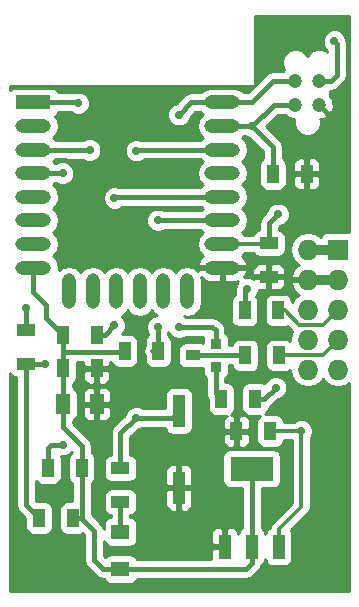
<source format=gtl>
G04 #@! TF.GenerationSoftware,KiCad,Pcbnew,5.0.0-fee4fd1~66~ubuntu16.04.1*
G04 #@! TF.CreationDate,2018-08-26T15:56:11+02:00*
G04 #@! TF.ProjectId,RESP,524553502E6B696361645F7063620000,rev?*
G04 #@! TF.SameCoordinates,Original*
G04 #@! TF.FileFunction,Copper,L1,Top,Signal*
G04 #@! TF.FilePolarity,Positive*
%FSLAX46Y46*%
G04 Gerber Fmt 4.6, Leading zero omitted, Abs format (unit mm)*
G04 Created by KiCad (PCBNEW 5.0.0-fee4fd1~66~ubuntu16.04.1) date Sun Aug 26 15:56:11 2018*
%MOMM*%
%LPD*%
G01*
G04 APERTURE LIST*
G04 #@! TA.AperFunction,SMDPad,CuDef*
%ADD10R,1.016000X1.524000*%
G04 #@! TD*
G04 #@! TA.AperFunction,ComponentPad*
%ADD11R,1.727200X1.727200*%
G04 #@! TD*
G04 #@! TA.AperFunction,ComponentPad*
%ADD12O,1.727200X1.727200*%
G04 #@! TD*
G04 #@! TA.AperFunction,SMDPad,CuDef*
%ADD13R,1.524000X1.016000*%
G04 #@! TD*
G04 #@! TA.AperFunction,SMDPad,CuDef*
%ADD14R,3.000000X1.200000*%
G04 #@! TD*
G04 #@! TA.AperFunction,SMDPad,CuDef*
%ADD15O,3.000000X1.200000*%
G04 #@! TD*
G04 #@! TA.AperFunction,SMDPad,CuDef*
%ADD16O,1.200000X3.000000*%
G04 #@! TD*
G04 #@! TA.AperFunction,SMDPad,CuDef*
%ADD17R,1.524000X1.270000*%
G04 #@! TD*
G04 #@! TA.AperFunction,BGAPad,CuDef*
%ADD18C,1.200000*%
G04 #@! TD*
G04 #@! TA.AperFunction,SMDPad,CuDef*
%ADD19R,0.914400X0.914400*%
G04 #@! TD*
G04 #@! TA.AperFunction,SMDPad,CuDef*
%ADD20R,1.270000X0.914400*%
G04 #@! TD*
G04 #@! TA.AperFunction,SMDPad,CuDef*
%ADD21R,1.143000X1.651000*%
G04 #@! TD*
G04 #@! TA.AperFunction,SMDPad,CuDef*
%ADD22R,3.657600X2.032000*%
G04 #@! TD*
G04 #@! TA.AperFunction,SMDPad,CuDef*
%ADD23R,1.016000X2.032000*%
G04 #@! TD*
G04 #@! TA.AperFunction,SMDPad,CuDef*
%ADD24R,1.016000X2.794000*%
G04 #@! TD*
G04 #@! TA.AperFunction,ViaPad*
%ADD25C,0.711200*%
G04 #@! TD*
G04 #@! TA.AperFunction,Conductor*
%ADD26C,0.406400*%
G04 #@! TD*
G04 #@! TA.AperFunction,Conductor*
%ADD27C,0.812800*%
G04 #@! TD*
G04 #@! TA.AperFunction,Conductor*
%ADD28C,0.304800*%
G04 #@! TD*
G04 #@! TA.AperFunction,Conductor*
%ADD29C,0.254000*%
G04 #@! TD*
G04 APERTURE END LIST*
D10*
G04 #@! TO.P,C2,1*
G04 #@! TO.N,Net-(C2-Pad1)*
X81884150Y-163324160D03*
G04 #@! TO.P,C2,2*
G04 #@! TO.N,GND*
X79029190Y-163324160D03*
G04 #@! TD*
D11*
G04 #@! TO.P,P1,1*
G04 #@! TO.N,Net-(C2-Pad1)*
X87632170Y-147957160D03*
D12*
G04 #@! TO.P,P1,2*
X85092170Y-147957160D03*
G04 #@! TO.P,P1,3*
G04 #@! TO.N,GND*
X87632170Y-150497160D03*
G04 #@! TO.P,P1,4*
X85092170Y-150497160D03*
G04 #@! TO.P,P1,5*
G04 #@! TO.N,/TXD_ARD*
X87632170Y-153037160D03*
G04 #@! TO.P,P1,6*
G04 #@! TO.N,N/C*
X85092170Y-153037160D03*
G04 #@! TO.P,P1,7*
G04 #@! TO.N,/RXD_ARD*
X87632170Y-155577160D03*
G04 #@! TO.P,P1,8*
G04 #@! TO.N,N/C*
X85092170Y-155577160D03*
G04 #@! TO.P,P1,9*
X87632170Y-158117160D03*
G04 #@! TO.P,P1,10*
X85092170Y-158117160D03*
G04 #@! TD*
D10*
G04 #@! TO.P,R1,1*
G04 #@! TO.N,Net-(R1-Pad1)*
X62328690Y-170690160D03*
G04 #@! TO.P,R1,2*
G04 #@! TO.N,+3.3V*
X65183650Y-170690160D03*
G04 #@! TD*
G04 #@! TO.P,R2,1*
G04 #@! TO.N,Net-(R2-Pad1)*
X63090690Y-166435660D03*
G04 #@! TO.P,R2,2*
G04 #@! TO.N,+3.3V*
X65945650Y-166435660D03*
G04 #@! TD*
D13*
G04 #@! TO.P,R3,1*
G04 #@! TO.N,Net-(R3-Pad1)*
X61216170Y-154784680D03*
G04 #@! TO.P,R3,2*
G04 #@! TO.N,Net-(R1-Pad1)*
X61216170Y-157639640D03*
G04 #@! TD*
D10*
G04 #@! TO.P,R4,1*
G04 #@! TO.N,/GPIO15*
X80614150Y-160593660D03*
G04 #@! TO.P,R4,2*
G04 #@! TO.N,Net-(R4-Pad2)*
X77759190Y-160593660D03*
G04 #@! TD*
G04 #@! TO.P,R5,1*
G04 #@! TO.N,/RXD_ARD*
X82646150Y-156910660D03*
G04 #@! TO.P,R5,2*
G04 #@! TO.N,Net-(R5-Pad2)*
X79791190Y-156910660D03*
G04 #@! TD*
D13*
G04 #@! TO.P,R6,1*
G04 #@! TO.N,GND*
X81790170Y-150273640D03*
G04 #@! TO.P,R6,2*
G04 #@! TO.N,/GPIO15*
X81790170Y-147418680D03*
G04 #@! TD*
D14*
G04 #@! TO.P,U1,1*
G04 #@! TO.N,Net-(R1-Pad1)*
X61852170Y-135480160D03*
D15*
G04 #@! TO.P,U1,2*
G04 #@! TO.N,N/C*
X61852170Y-137480160D03*
G04 #@! TO.P,U1,3*
G04 #@! TO.N,Net-(R2-Pad1)*
X61852170Y-139480160D03*
G04 #@! TO.P,U1,4*
G04 #@! TO.N,Net-(R3-Pad1)*
X61852170Y-141480160D03*
G04 #@! TO.P,U1,5*
G04 #@! TO.N,N/C*
X61852170Y-143480160D03*
G04 #@! TO.P,U1,6*
X61852170Y-145480160D03*
G04 #@! TO.P,U1,7*
X61852170Y-147480160D03*
G04 #@! TO.P,U1,8*
G04 #@! TO.N,+3.3V*
X61852170Y-149480160D03*
G04 #@! TO.P,U1,15*
G04 #@! TO.N,GND*
X77852170Y-149480160D03*
G04 #@! TO.P,U1,16*
G04 #@! TO.N,/GPIO15*
X77852170Y-147480160D03*
G04 #@! TO.P,U1,18*
G04 #@! TO.N,Net-(R9-Pad2)*
X77852170Y-143480160D03*
G04 #@! TO.P,U1,19*
G04 #@! TO.N,N/C*
X77852170Y-141480160D03*
G04 #@! TO.P,U1,20*
G04 #@! TO.N,Net-(R8-Pad2)*
X77852170Y-139480160D03*
G04 #@! TO.P,U1,21*
G04 #@! TO.N,Net-(R11-Pad2)*
X77852170Y-137480160D03*
G04 #@! TO.P,U1,22*
G04 #@! TO.N,Net-(T1-Pad2)*
X77852170Y-135480160D03*
G04 #@! TO.P,U1,17*
G04 #@! TO.N,Net-(R10-Pad2)*
X77852170Y-145480160D03*
D16*
G04 #@! TO.P,U1,14*
G04 #@! TO.N,N/C*
X74852170Y-151480160D03*
G04 #@! TO.P,U1,13*
X72852170Y-151480160D03*
G04 #@! TO.P,U1,12*
X70852170Y-151480160D03*
G04 #@! TO.P,U1,11*
X68852170Y-151480160D03*
G04 #@! TO.P,U1,10*
X66852170Y-151480160D03*
G04 #@! TO.P,U1,9*
X64852170Y-151480160D03*
G04 #@! TD*
D10*
G04 #@! TO.P,R7,1*
G04 #@! TO.N,/TXD_ARD*
X82582650Y-153100660D03*
G04 #@! TO.P,R7,2*
G04 #@! TO.N,Net-(R11-Pad2)*
X79727690Y-153100660D03*
G04 #@! TD*
D13*
G04 #@! TO.P,R8,1*
G04 #@! TO.N,Net-(LD1-Pad1)*
X69217170Y-169323640D03*
G04 #@! TO.P,R8,2*
G04 #@! TO.N,Net-(R8-Pad2)*
X69217170Y-166468680D03*
G04 #@! TD*
D17*
G04 #@! TO.P,LD1,1*
G04 #@! TO.N,Net-(LD1-Pad1)*
X69217170Y-171833160D03*
G04 #@! TO.P,LD1,2*
G04 #@! TO.N,+3.3V*
X69217170Y-175008160D03*
G04 #@! TD*
D18*
G04 #@! TO.P,TCC1,2*
G04 #@! TO.N,Net-(R11-Pad2)*
X84028670Y-135685660D03*
G04 #@! TO.P,TCC1,1*
G04 #@! TO.N,GND*
X86028670Y-135685660D03*
G04 #@! TO.P,TCC1,3*
G04 #@! TO.N,Net-(R9-Pad2)*
X86028670Y-133685660D03*
G04 #@! TO.P,TCC1,4*
G04 #@! TO.N,Net-(T1-Pad2)*
X84028670Y-133685660D03*
G04 #@! TD*
D19*
G04 #@! TO.P,T1,1*
G04 #@! TO.N,Net-(R4-Pad2)*
X77268970Y-157863160D03*
G04 #@! TO.P,T1,2*
G04 #@! TO.N,Net-(T1-Pad2)*
X77268970Y-155958160D03*
D20*
G04 #@! TO.P,T1,3*
G04 #@! TO.N,Net-(R5-Pad2)*
X75341110Y-156910660D03*
G04 #@! TD*
D10*
G04 #@! TO.P,C1,1*
G04 #@! TO.N,+3.3V*
X64360690Y-157990160D03*
G04 #@! TO.P,C1,2*
G04 #@! TO.N,GND*
X67215650Y-157990160D03*
G04 #@! TD*
D21*
G04 #@! TO.P,C3,1*
G04 #@! TO.N,+3.3V*
X64360690Y-161038160D03*
G04 #@! TO.P,C3,2*
G04 #@! TO.N,GND*
X67215650Y-161038160D03*
G04 #@! TD*
D10*
G04 #@! TO.P,R9,1*
G04 #@! TO.N,+3.3V*
X64360690Y-155196160D03*
G04 #@! TO.P,R9,2*
G04 #@! TO.N,Net-(R9-Pad2)*
X67215650Y-155196160D03*
G04 #@! TD*
G04 #@! TO.P,R10,1*
G04 #@! TO.N,+3.3V*
X69567690Y-156529660D03*
G04 #@! TO.P,R10,2*
G04 #@! TO.N,Net-(R10-Pad2)*
X72422650Y-156529660D03*
G04 #@! TD*
D22*
G04 #@! TO.P,U2,4*
G04 #@! TO.N,+3.3V*
X80329670Y-166499160D03*
D23*
G04 #@! TO.P,U2,2*
X80329670Y-173103160D03*
G04 #@! TO.P,U2,3*
G04 #@! TO.N,Net-(C2-Pad1)*
X82615670Y-173103160D03*
G04 #@! TO.P,U2,1*
G04 #@! TO.N,GND*
X78043670Y-173103160D03*
G04 #@! TD*
D10*
G04 #@! TO.P,R11,1*
G04 #@! TO.N,GND*
X84995650Y-141543660D03*
G04 #@! TO.P,R11,2*
G04 #@! TO.N,Net-(R11-Pad2)*
X82140690Y-141543660D03*
G04 #@! TD*
D24*
G04 #@! TO.P,S1,1*
G04 #@! TO.N,GND*
X74170170Y-168101900D03*
G04 #@! TO.P,S1,2*
G04 #@! TO.N,Net-(R8-Pad2)*
X74170170Y-161594420D03*
G04 #@! TD*
D25*
G04 #@! TO.N,Net-(R1-Pad1)*
X65661170Y-135574660D03*
X62867170Y-157609160D03*
G04 #@! TO.N,Net-(R2-Pad1)*
X66613670Y-139511660D03*
X64327670Y-164467160D03*
G04 #@! TO.N,Net-(R3-Pad1)*
X64327670Y-141480160D03*
X61216170Y-152910160D03*
G04 #@! TO.N,/GPIO15*
X82552170Y-144972660D03*
X82361670Y-159641160D03*
G04 #@! TO.N,Net-(R8-Pad2)*
X70550670Y-162181160D03*
X70550670Y-139575160D03*
G04 #@! TO.N,Net-(T1-Pad2)*
X74170170Y-136527160D03*
X74170170Y-154497660D03*
G04 #@! TO.N,Net-(C2-Pad1)*
X84520670Y-163324160D03*
G04 #@! TO.N,Net-(R9-Pad2)*
X68709170Y-143575660D03*
X87314670Y-130304160D03*
X68709170Y-154370660D03*
G04 #@! TO.N,Net-(R10-Pad2)*
X72392170Y-145480660D03*
X72392170Y-154497660D03*
G04 #@! TO.N,Net-(R11-Pad2)*
X80329670Y-137479660D03*
X79948670Y-151259160D03*
G04 #@! TD*
D26*
G04 #@! TO.N,+3.3V*
X69217170Y-175008160D02*
X79821670Y-175008160D01*
X80329670Y-174500160D02*
X80329670Y-173103160D01*
X79821670Y-175008160D02*
X80329670Y-174500160D01*
X65183650Y-170690160D02*
X65915170Y-170690160D01*
X65915170Y-170690160D02*
X66994670Y-171769660D01*
X67756670Y-175008160D02*
X69217170Y-175008160D01*
X66994670Y-174246160D02*
X67756670Y-175008160D01*
X66994670Y-171769660D02*
X66994670Y-174246160D01*
X65945650Y-169801160D02*
X65945650Y-170690160D01*
X65945650Y-166435660D02*
X65945650Y-169801160D01*
X65945650Y-170690160D02*
X65915170Y-170690160D01*
X61852170Y-149480160D02*
X61852170Y-151577660D01*
X62930670Y-153766140D02*
X64360690Y-155196160D01*
X62930670Y-152656160D02*
X62930670Y-153766140D01*
X61852170Y-151577660D02*
X62930670Y-152656160D01*
X64360690Y-156656660D02*
X69440690Y-156656660D01*
X69440690Y-156656660D02*
X69567690Y-156529660D01*
X64360690Y-157990160D02*
X64360690Y-161038160D01*
X64360690Y-155196160D02*
X64360690Y-156656660D01*
X64360690Y-156656660D02*
X64360690Y-157990160D01*
X64360690Y-161038160D02*
X64360690Y-162976180D01*
X64360690Y-162976180D02*
X65945650Y-164561140D01*
X65945650Y-164561140D02*
X65945650Y-166435660D01*
X65183650Y-170690160D02*
X65597670Y-170690160D01*
X80329670Y-166499160D02*
X80329670Y-173103160D01*
G04 #@! TO.N,GND*
X86028670Y-135685660D02*
X86028670Y-135749160D01*
X86028670Y-135749160D02*
X87314670Y-137035160D01*
X87314670Y-137035160D02*
X87314670Y-138178160D01*
D27*
X87632170Y-150497160D02*
X85092170Y-150497160D01*
D26*
G04 #@! TO.N,Net-(R1-Pad1)*
X61216170Y-157639640D02*
X62836690Y-157639640D01*
X65566670Y-135480160D02*
X61852170Y-135480160D01*
X65661170Y-135574660D02*
X65566670Y-135480160D01*
X62836690Y-157639640D02*
X62867170Y-157609160D01*
X61216170Y-157639640D02*
X61216170Y-169577640D01*
X61216170Y-169577640D02*
X62328690Y-170690160D01*
G04 #@! TO.N,Net-(R2-Pad1)*
X66613670Y-139511660D02*
X64645170Y-139511660D01*
X63090690Y-166435660D02*
X63090690Y-164751640D01*
X64613670Y-139480160D02*
X61852170Y-139480160D01*
X64645170Y-139511660D02*
X64613670Y-139480160D01*
X63375170Y-164467160D02*
X64327670Y-164467160D01*
X63090690Y-164751640D02*
X63375170Y-164467160D01*
G04 #@! TO.N,Net-(R3-Pad1)*
X61216170Y-154784680D02*
X61216170Y-152910160D01*
X64327670Y-141480160D02*
X61852170Y-141480160D01*
G04 #@! TO.N,/GPIO15*
X80614150Y-160593660D02*
X81409170Y-160593660D01*
X81790170Y-145734660D02*
X81790170Y-147418680D01*
X82552170Y-144972660D02*
X81790170Y-145734660D01*
X81409170Y-160593660D02*
X82361670Y-159641160D01*
D28*
X77852170Y-147480160D02*
X81728690Y-147480160D01*
X81728690Y-147480160D02*
X81790170Y-147418680D01*
X81728690Y-147480160D02*
X81790170Y-147418680D01*
D26*
G04 #@! TO.N,Net-(R5-Pad2)*
X75341110Y-156910660D02*
X79791190Y-156910660D01*
G04 #@! TO.N,Net-(R8-Pad2)*
X70550670Y-162181160D02*
X73583430Y-162181160D01*
X73583430Y-162181160D02*
X74170170Y-161594420D01*
X69217170Y-166468680D02*
X69217170Y-163514660D01*
X69217170Y-163514660D02*
X70550670Y-162181160D01*
X70645670Y-139480160D02*
X77852170Y-139480160D01*
X70550670Y-139575160D02*
X70645670Y-139480160D01*
D28*
G04 #@! TO.N,/TXD_ARD*
X82582650Y-153100660D02*
X83123670Y-153100660D01*
X86362170Y-154307160D02*
X87632170Y-153037160D01*
X84330170Y-154307160D02*
X86362170Y-154307160D01*
X83123670Y-153100660D02*
X84330170Y-154307160D01*
G04 #@! TO.N,/RXD_ARD*
X82646150Y-156910660D02*
X84520670Y-156910660D01*
X86362170Y-156847160D02*
X87632170Y-155577160D01*
X84584170Y-156847160D02*
X86362170Y-156847160D01*
X84520670Y-156910660D02*
X84584170Y-156847160D01*
X87632170Y-155577160D02*
X87441670Y-155577160D01*
D26*
G04 #@! TO.N,Net-(LD1-Pad1)*
X69217170Y-169323640D02*
X69217170Y-171833160D01*
G04 #@! TO.N,Net-(T1-Pad2)*
X77268970Y-155958160D02*
X77268970Y-154802460D01*
X75217170Y-135480160D02*
X77852170Y-135480160D01*
X74170170Y-136527160D02*
X75217170Y-135480160D01*
X76964170Y-154497660D02*
X74170170Y-154497660D01*
X77268970Y-154802460D02*
X76964170Y-154497660D01*
X77852170Y-135480160D02*
X80360670Y-135480160D01*
X82155170Y-133685660D02*
X84028670Y-133685660D01*
X80360670Y-135480160D02*
X82155170Y-133685660D01*
D28*
G04 #@! TO.N,Net-(C2-Pad1)*
X82615670Y-173103160D02*
X82615670Y-171642660D01*
X84520670Y-169737660D02*
X84520670Y-163324160D01*
X82615670Y-171642660D02*
X84520670Y-169737660D01*
X84520670Y-163324160D02*
X81884150Y-163324160D01*
D27*
X87632170Y-147957160D02*
X85092170Y-147957160D01*
D26*
G04 #@! TO.N,Net-(R4-Pad2)*
X77268970Y-157863160D02*
X77268970Y-160103440D01*
X77268970Y-160103440D02*
X77759190Y-160593660D01*
G04 #@! TO.N,Net-(R9-Pad2)*
X77852170Y-143480160D02*
X68804670Y-143480160D01*
X68804670Y-143480160D02*
X68709170Y-143575660D01*
X67215650Y-155196160D02*
X67883670Y-155196160D01*
X87044670Y-133685660D02*
X86028670Y-133685660D01*
X87568670Y-133161660D02*
X87044670Y-133685660D01*
X87568670Y-130558160D02*
X87568670Y-133161660D01*
X87314670Y-130304160D02*
X87568670Y-130558160D01*
X67883670Y-155196160D02*
X68709170Y-154370660D01*
G04 #@! TO.N,Net-(R10-Pad2)*
X72422650Y-156529660D02*
X72422650Y-154528140D01*
X72392670Y-145480160D02*
X77852170Y-145480160D01*
X72392170Y-145480660D02*
X72392670Y-145480160D01*
X72422650Y-154528140D02*
X72392170Y-154497660D01*
D28*
X71917190Y-156529660D02*
X72234690Y-156212160D01*
X77852170Y-145480160D02*
X76520170Y-145480160D01*
D26*
G04 #@! TO.N,Net-(R11-Pad2)*
X82140690Y-141543660D02*
X82140690Y-139290680D01*
X82140690Y-139290680D02*
X80329670Y-137479660D01*
X79727690Y-153100660D02*
X79727690Y-151480140D01*
X80329670Y-137480160D02*
X80392670Y-137480160D01*
X80329670Y-137479660D02*
X80329670Y-137480160D01*
X79727690Y-151480140D02*
X79948670Y-151259160D01*
X77852170Y-137480160D02*
X80392670Y-137480160D01*
X82187170Y-135685660D02*
X84028670Y-135685660D01*
X80392670Y-137480160D02*
X82187170Y-135685660D01*
G04 #@! TD*
D29*
G04 #@! TO.N,GND*
G36*
X88598170Y-146466857D02*
X88495770Y-146446120D01*
X86768570Y-146446120D01*
X86533253Y-146490398D01*
X86317129Y-146629470D01*
X86172139Y-146841670D01*
X86163262Y-146885505D01*
X85695018Y-146572634D01*
X85121529Y-146458560D01*
X85062811Y-146458560D01*
X84489322Y-146572634D01*
X84003141Y-146897490D01*
X83678285Y-147383671D01*
X83564211Y-147957160D01*
X83678285Y-148530649D01*
X84003141Y-149016830D01*
X84326398Y-149232824D01*
X84203680Y-149290339D01*
X83809482Y-149722213D01*
X83637212Y-150138134D01*
X83758353Y-150370160D01*
X84965170Y-150370160D01*
X84965170Y-150350160D01*
X85219170Y-150350160D01*
X85219170Y-150370160D01*
X87505170Y-150370160D01*
X87505170Y-150350160D01*
X87759170Y-150350160D01*
X87759170Y-150370160D01*
X87779170Y-150370160D01*
X87779170Y-150624160D01*
X87759170Y-150624160D01*
X87759170Y-150644160D01*
X87505170Y-150644160D01*
X87505170Y-150624160D01*
X85219170Y-150624160D01*
X85219170Y-150644160D01*
X84965170Y-150644160D01*
X84965170Y-150624160D01*
X83758353Y-150624160D01*
X83637212Y-150856186D01*
X83809482Y-151272107D01*
X84203680Y-151703981D01*
X84326398Y-151761496D01*
X84003141Y-151977490D01*
X83738090Y-152374167D01*
X83738090Y-152338660D01*
X83693812Y-152103343D01*
X83554740Y-151887219D01*
X83342540Y-151742229D01*
X83090650Y-151691220D01*
X82074650Y-151691220D01*
X81839333Y-151735498D01*
X81623209Y-151874570D01*
X81478219Y-152086770D01*
X81427210Y-152338660D01*
X81427210Y-153862660D01*
X81471488Y-154097977D01*
X81610560Y-154314101D01*
X81822760Y-154459091D01*
X82074650Y-154510100D01*
X83090650Y-154510100D01*
X83325967Y-154465822D01*
X83355972Y-154446514D01*
X83772350Y-154862892D01*
X83678285Y-155003671D01*
X83564211Y-155577160D01*
X83583350Y-155673380D01*
X83406040Y-155552229D01*
X83154150Y-155501220D01*
X82138150Y-155501220D01*
X81902833Y-155545498D01*
X81686709Y-155684570D01*
X81541719Y-155896770D01*
X81490710Y-156148660D01*
X81490710Y-157672660D01*
X81534988Y-157907977D01*
X81674060Y-158124101D01*
X81886260Y-158269091D01*
X82138150Y-158320100D01*
X83154150Y-158320100D01*
X83389467Y-158275822D01*
X83572361Y-158158133D01*
X83678285Y-158690649D01*
X84003141Y-159176830D01*
X84489322Y-159501686D01*
X85062811Y-159615760D01*
X85121529Y-159615760D01*
X85695018Y-159501686D01*
X86181199Y-159176830D01*
X86362170Y-158905988D01*
X86543141Y-159176830D01*
X87029322Y-159501686D01*
X87602811Y-159615760D01*
X87661529Y-159615760D01*
X88235018Y-159501686D01*
X88598170Y-159259035D01*
X88598170Y-176863160D01*
X59869170Y-176863160D01*
X59869170Y-158411182D01*
X59990080Y-158599081D01*
X60202280Y-158744071D01*
X60377970Y-158779649D01*
X60377970Y-169577640D01*
X60441774Y-169898406D01*
X60623473Y-170170337D01*
X61173250Y-170720114D01*
X61173250Y-171452160D01*
X61217528Y-171687477D01*
X61356600Y-171903601D01*
X61568800Y-172048591D01*
X61820690Y-172099600D01*
X62836690Y-172099600D01*
X63072007Y-172055322D01*
X63288131Y-171916250D01*
X63433121Y-171704050D01*
X63484130Y-171452160D01*
X63484130Y-169928160D01*
X63439852Y-169692843D01*
X63300780Y-169476719D01*
X63088580Y-169331729D01*
X62836690Y-169280720D01*
X62104644Y-169280720D01*
X62054370Y-169230446D01*
X62054370Y-167549285D01*
X62118600Y-167649101D01*
X62330800Y-167794091D01*
X62582690Y-167845100D01*
X63598690Y-167845100D01*
X63834007Y-167800822D01*
X64050131Y-167661750D01*
X64195121Y-167449550D01*
X64246130Y-167197660D01*
X64246130Y-165673660D01*
X64205486Y-165457654D01*
X64523848Y-165457932D01*
X64888067Y-165307439D01*
X65107450Y-165088438D01*
X65107450Y-165131554D01*
X64986209Y-165209570D01*
X64841219Y-165421770D01*
X64790210Y-165673660D01*
X64790210Y-167197660D01*
X64834488Y-167432977D01*
X64973560Y-167649101D01*
X65107450Y-167740584D01*
X65107450Y-169280720D01*
X64675650Y-169280720D01*
X64440333Y-169324998D01*
X64224209Y-169464070D01*
X64079219Y-169676270D01*
X64028210Y-169928160D01*
X64028210Y-171452160D01*
X64072488Y-171687477D01*
X64211560Y-171903601D01*
X64423760Y-172048591D01*
X64675650Y-172099600D01*
X65691650Y-172099600D01*
X65926967Y-172055322D01*
X66029171Y-171989555D01*
X66156470Y-172116854D01*
X66156470Y-174246160D01*
X66220274Y-174566926D01*
X66401973Y-174838857D01*
X67163973Y-175600857D01*
X67435905Y-175782556D01*
X67756670Y-175846360D01*
X67845965Y-175846360D01*
X67852008Y-175878477D01*
X67991080Y-176094601D01*
X68203280Y-176239591D01*
X68455170Y-176290600D01*
X69979170Y-176290600D01*
X70214487Y-176246322D01*
X70430611Y-176107250D01*
X70575601Y-175895050D01*
X70585461Y-175846360D01*
X79821670Y-175846360D01*
X80142436Y-175782556D01*
X80414367Y-175600857D01*
X80922367Y-175092857D01*
X81104066Y-174820925D01*
X81131120Y-174684914D01*
X81289111Y-174583250D01*
X81434101Y-174371050D01*
X81472213Y-174182846D01*
X81504508Y-174354477D01*
X81643580Y-174570601D01*
X81855780Y-174715591D01*
X82107670Y-174766600D01*
X83123670Y-174766600D01*
X83358987Y-174722322D01*
X83575111Y-174583250D01*
X83720101Y-174371050D01*
X83771110Y-174119160D01*
X83771110Y-172087160D01*
X83726832Y-171851843D01*
X83645865Y-171726017D01*
X85077446Y-170294436D01*
X85248133Y-170038985D01*
X85308070Y-169737660D01*
X85308070Y-163937832D01*
X85359970Y-163886022D01*
X85511098Y-163522067D01*
X85511442Y-163127982D01*
X85360949Y-162763763D01*
X85082532Y-162484860D01*
X84718577Y-162333732D01*
X84324492Y-162333388D01*
X83960273Y-162483881D01*
X83907302Y-162536760D01*
X83034811Y-162536760D01*
X82995312Y-162326843D01*
X82856240Y-162110719D01*
X82644040Y-161965729D01*
X82392150Y-161914720D01*
X81426003Y-161914720D01*
X81573591Y-161819750D01*
X81718581Y-161607550D01*
X81769590Y-161355660D01*
X81769590Y-161341560D01*
X82001867Y-161186357D01*
X82556293Y-160631931D01*
X82557848Y-160631932D01*
X82922067Y-160481439D01*
X83200970Y-160203022D01*
X83352098Y-159839067D01*
X83352442Y-159444982D01*
X83201949Y-159080763D01*
X82923532Y-158801860D01*
X82559577Y-158650732D01*
X82165492Y-158650388D01*
X81801273Y-158800881D01*
X81522370Y-159079298D01*
X81439149Y-159279716D01*
X81374040Y-159235229D01*
X81122150Y-159184220D01*
X80106150Y-159184220D01*
X79870833Y-159228498D01*
X79654709Y-159367570D01*
X79509719Y-159579770D01*
X79458710Y-159831660D01*
X79458710Y-161355660D01*
X79502988Y-161590977D01*
X79642060Y-161807101D01*
X79854260Y-161952091D01*
X80106150Y-162003100D01*
X81072297Y-162003100D01*
X80924709Y-162098070D01*
X80779719Y-162310270D01*
X80728710Y-162562160D01*
X80728710Y-164086160D01*
X80772988Y-164321477D01*
X80912060Y-164537601D01*
X81124260Y-164682591D01*
X81376150Y-164733600D01*
X82392150Y-164733600D01*
X82627467Y-164689322D01*
X82843591Y-164550250D01*
X82988581Y-164338050D01*
X83034446Y-164111560D01*
X83733270Y-164111560D01*
X83733270Y-169411508D01*
X82058894Y-171085884D01*
X81888207Y-171341335D01*
X81857991Y-171493239D01*
X81656229Y-171623070D01*
X81511239Y-171835270D01*
X81473127Y-172023474D01*
X81440832Y-171851843D01*
X81301760Y-171635719D01*
X81167870Y-171544236D01*
X81167870Y-168162600D01*
X82158470Y-168162600D01*
X82393787Y-168118322D01*
X82609911Y-167979250D01*
X82754901Y-167767050D01*
X82805910Y-167515160D01*
X82805910Y-165483160D01*
X82761632Y-165247843D01*
X82622560Y-165031719D01*
X82410360Y-164886729D01*
X82158470Y-164835720D01*
X78500870Y-164835720D01*
X78265553Y-164879998D01*
X78049429Y-165019070D01*
X77904439Y-165231270D01*
X77853430Y-165483160D01*
X77853430Y-167515160D01*
X77897708Y-167750477D01*
X78036780Y-167966601D01*
X78248980Y-168111591D01*
X78500870Y-168162600D01*
X79491470Y-168162600D01*
X79491470Y-171545054D01*
X79370229Y-171623070D01*
X79225239Y-171835270D01*
X79186670Y-172025729D01*
X79186670Y-171960850D01*
X79089997Y-171727461D01*
X78911368Y-171548833D01*
X78677979Y-171452160D01*
X78329420Y-171452160D01*
X78170670Y-171610910D01*
X78170670Y-172976160D01*
X78190670Y-172976160D01*
X78190670Y-173230160D01*
X78170670Y-173230160D01*
X78170670Y-173250160D01*
X77916670Y-173250160D01*
X77916670Y-173230160D01*
X77059420Y-173230160D01*
X76900670Y-173388910D01*
X76900670Y-174169960D01*
X70588375Y-174169960D01*
X70582332Y-174137843D01*
X70443260Y-173921719D01*
X70231060Y-173776729D01*
X69979170Y-173725720D01*
X68455170Y-173725720D01*
X68219853Y-173769998D01*
X68003729Y-173909070D01*
X67938476Y-174004572D01*
X67832870Y-173898966D01*
X67832870Y-172601767D01*
X67852008Y-172703477D01*
X67991080Y-172919601D01*
X68203280Y-173064591D01*
X68455170Y-173115600D01*
X69979170Y-173115600D01*
X70214487Y-173071322D01*
X70430611Y-172932250D01*
X70575601Y-172720050D01*
X70626610Y-172468160D01*
X70626610Y-171960850D01*
X76900670Y-171960850D01*
X76900670Y-172817410D01*
X77059420Y-172976160D01*
X77916670Y-172976160D01*
X77916670Y-171610910D01*
X77757920Y-171452160D01*
X77409361Y-171452160D01*
X77175972Y-171548833D01*
X76997343Y-171727461D01*
X76900670Y-171960850D01*
X70626610Y-171960850D01*
X70626610Y-171198160D01*
X70582332Y-170962843D01*
X70443260Y-170746719D01*
X70231060Y-170601729D01*
X70055370Y-170566151D01*
X70055370Y-170464742D01*
X70214487Y-170434802D01*
X70430611Y-170295730D01*
X70575601Y-170083530D01*
X70626610Y-169831640D01*
X70626610Y-168815640D01*
X70582332Y-168580323D01*
X70458351Y-168387650D01*
X73027170Y-168387650D01*
X73027170Y-169625209D01*
X73123843Y-169858598D01*
X73302471Y-170037227D01*
X73535860Y-170133900D01*
X73884420Y-170133900D01*
X74043170Y-169975150D01*
X74043170Y-168228900D01*
X74297170Y-168228900D01*
X74297170Y-169975150D01*
X74455920Y-170133900D01*
X74804480Y-170133900D01*
X75037869Y-170037227D01*
X75216497Y-169858598D01*
X75313170Y-169625209D01*
X75313170Y-168387650D01*
X75154420Y-168228900D01*
X74297170Y-168228900D01*
X74043170Y-168228900D01*
X73185920Y-168228900D01*
X73027170Y-168387650D01*
X70458351Y-168387650D01*
X70443260Y-168364199D01*
X70231060Y-168219209D01*
X69979170Y-168168200D01*
X68455170Y-168168200D01*
X68219853Y-168212478D01*
X68003729Y-168351550D01*
X67858739Y-168563750D01*
X67807730Y-168815640D01*
X67807730Y-169831640D01*
X67852008Y-170066957D01*
X67991080Y-170283081D01*
X68203280Y-170428071D01*
X68378970Y-170463649D01*
X68378970Y-170565058D01*
X68219853Y-170594998D01*
X68003729Y-170734070D01*
X67858739Y-170946270D01*
X67807730Y-171198160D01*
X67807730Y-171643272D01*
X67769066Y-171448895D01*
X67587367Y-171176963D01*
X66783850Y-170373446D01*
X66783850Y-167739766D01*
X66905091Y-167661750D01*
X67050081Y-167449550D01*
X67101090Y-167197660D01*
X67101090Y-165960680D01*
X67807730Y-165960680D01*
X67807730Y-166976680D01*
X67852008Y-167211997D01*
X67991080Y-167428121D01*
X68203280Y-167573111D01*
X68455170Y-167624120D01*
X69979170Y-167624120D01*
X70214487Y-167579842D01*
X70430611Y-167440770D01*
X70575601Y-167228570D01*
X70626610Y-166976680D01*
X70626610Y-166578591D01*
X73027170Y-166578591D01*
X73027170Y-167816150D01*
X73185920Y-167974900D01*
X74043170Y-167974900D01*
X74043170Y-166228650D01*
X74297170Y-166228650D01*
X74297170Y-167974900D01*
X75154420Y-167974900D01*
X75313170Y-167816150D01*
X75313170Y-166578591D01*
X75216497Y-166345202D01*
X75037869Y-166166573D01*
X74804480Y-166069900D01*
X74455920Y-166069900D01*
X74297170Y-166228650D01*
X74043170Y-166228650D01*
X73884420Y-166069900D01*
X73535860Y-166069900D01*
X73302471Y-166166573D01*
X73123843Y-166345202D01*
X73027170Y-166578591D01*
X70626610Y-166578591D01*
X70626610Y-165960680D01*
X70582332Y-165725363D01*
X70443260Y-165509239D01*
X70231060Y-165364249D01*
X70055370Y-165328671D01*
X70055370Y-163861854D01*
X70745293Y-163171931D01*
X70746848Y-163171932D01*
X71111067Y-163021439D01*
X71113150Y-163019360D01*
X73019987Y-163019360D01*
X73059008Y-163226737D01*
X73198080Y-163442861D01*
X73410280Y-163587851D01*
X73662170Y-163638860D01*
X74678170Y-163638860D01*
X74832025Y-163609910D01*
X77886190Y-163609910D01*
X77886190Y-164212470D01*
X77982863Y-164445859D01*
X78161492Y-164624487D01*
X78394881Y-164721160D01*
X78743440Y-164721160D01*
X78902190Y-164562410D01*
X78902190Y-163451160D01*
X79156190Y-163451160D01*
X79156190Y-164562410D01*
X79314940Y-164721160D01*
X79663499Y-164721160D01*
X79896888Y-164624487D01*
X80075517Y-164445859D01*
X80172190Y-164212470D01*
X80172190Y-163609910D01*
X80013440Y-163451160D01*
X79156190Y-163451160D01*
X78902190Y-163451160D01*
X78044940Y-163451160D01*
X77886190Y-163609910D01*
X74832025Y-163609910D01*
X74913487Y-163594582D01*
X75129611Y-163455510D01*
X75274601Y-163243310D01*
X75325610Y-162991420D01*
X75325610Y-160197420D01*
X75281332Y-159962103D01*
X75142260Y-159745979D01*
X74930060Y-159600989D01*
X74678170Y-159549980D01*
X73662170Y-159549980D01*
X73426853Y-159594258D01*
X73210729Y-159733330D01*
X73065739Y-159945530D01*
X73014730Y-160197420D01*
X73014730Y-161342960D01*
X71113630Y-161342960D01*
X71112532Y-161341860D01*
X70748577Y-161190732D01*
X70354492Y-161190388D01*
X69990273Y-161340881D01*
X69711370Y-161619298D01*
X69560242Y-161983253D01*
X69560239Y-161986197D01*
X68624473Y-162921963D01*
X68442774Y-163193894D01*
X68436241Y-163226737D01*
X68378970Y-163514660D01*
X68378970Y-165327578D01*
X68219853Y-165357518D01*
X68003729Y-165496590D01*
X67858739Y-165708790D01*
X67807730Y-165960680D01*
X67101090Y-165960680D01*
X67101090Y-165673660D01*
X67056812Y-165438343D01*
X66917740Y-165222219D01*
X66783850Y-165130736D01*
X66783850Y-164561140D01*
X66720046Y-164240375D01*
X66720046Y-164240374D01*
X66538347Y-163968443D01*
X65198890Y-162628986D01*
X65198890Y-162446628D01*
X65383631Y-162327750D01*
X65528621Y-162115550D01*
X65579630Y-161863660D01*
X65579630Y-161323910D01*
X66009150Y-161323910D01*
X66009150Y-161989970D01*
X66105823Y-162223359D01*
X66284452Y-162401987D01*
X66517841Y-162498660D01*
X66929900Y-162498660D01*
X67088650Y-162339910D01*
X67088650Y-161165160D01*
X67342650Y-161165160D01*
X67342650Y-162339910D01*
X67501400Y-162498660D01*
X67913459Y-162498660D01*
X68146848Y-162401987D01*
X68325477Y-162223359D01*
X68422150Y-161989970D01*
X68422150Y-161323910D01*
X68263400Y-161165160D01*
X67342650Y-161165160D01*
X67088650Y-161165160D01*
X66167900Y-161165160D01*
X66009150Y-161323910D01*
X65579630Y-161323910D01*
X65579630Y-160212660D01*
X65555864Y-160086350D01*
X66009150Y-160086350D01*
X66009150Y-160752410D01*
X66167900Y-160911160D01*
X67088650Y-160911160D01*
X67088650Y-159736410D01*
X67342650Y-159736410D01*
X67342650Y-160911160D01*
X68263400Y-160911160D01*
X68422150Y-160752410D01*
X68422150Y-160086350D01*
X68325477Y-159852961D01*
X68146848Y-159674333D01*
X67913459Y-159577660D01*
X67501400Y-159577660D01*
X67342650Y-159736410D01*
X67088650Y-159736410D01*
X66929900Y-159577660D01*
X66517841Y-159577660D01*
X66284452Y-159674333D01*
X66105823Y-159852961D01*
X66009150Y-160086350D01*
X65555864Y-160086350D01*
X65535352Y-159977343D01*
X65396280Y-159761219D01*
X65198890Y-159626348D01*
X65198890Y-159294266D01*
X65320131Y-159216250D01*
X65465121Y-159004050D01*
X65516130Y-158752160D01*
X65516130Y-158275910D01*
X66072650Y-158275910D01*
X66072650Y-158878470D01*
X66169323Y-159111859D01*
X66347952Y-159290487D01*
X66581341Y-159387160D01*
X66929900Y-159387160D01*
X67088650Y-159228410D01*
X67088650Y-158117160D01*
X67342650Y-158117160D01*
X67342650Y-159228410D01*
X67501400Y-159387160D01*
X67849959Y-159387160D01*
X68083348Y-159290487D01*
X68261977Y-159111859D01*
X68358650Y-158878470D01*
X68358650Y-158275910D01*
X68199900Y-158117160D01*
X67342650Y-158117160D01*
X67088650Y-158117160D01*
X66231400Y-158117160D01*
X66072650Y-158275910D01*
X65516130Y-158275910D01*
X65516130Y-157494860D01*
X66072650Y-157494860D01*
X66072650Y-157704410D01*
X66231400Y-157863160D01*
X67088650Y-157863160D01*
X67088650Y-157843160D01*
X67342650Y-157843160D01*
X67342650Y-157863160D01*
X68199900Y-157863160D01*
X68358650Y-157704410D01*
X68358650Y-157494860D01*
X68450485Y-157494860D01*
X68456528Y-157526977D01*
X68595600Y-157743101D01*
X68807800Y-157888091D01*
X69059690Y-157939100D01*
X70075690Y-157939100D01*
X70311007Y-157894822D01*
X70527131Y-157755750D01*
X70672121Y-157543550D01*
X70723130Y-157291660D01*
X70723130Y-155767660D01*
X70678852Y-155532343D01*
X70539780Y-155316219D01*
X70327580Y-155171229D01*
X70075690Y-155120220D01*
X69360444Y-155120220D01*
X69548470Y-154932522D01*
X69699598Y-154568567D01*
X69699942Y-154174482D01*
X69549449Y-153810263D01*
X69306271Y-153566660D01*
X69324784Y-153562978D01*
X69725447Y-153295264D01*
X69852170Y-153105609D01*
X69978893Y-153295264D01*
X70379556Y-153562978D01*
X70852170Y-153656987D01*
X71324784Y-153562978D01*
X71725447Y-153295264D01*
X71852170Y-153105609D01*
X71978893Y-153295264D01*
X72295742Y-153506975D01*
X72195992Y-153506888D01*
X71831773Y-153657381D01*
X71552870Y-153935798D01*
X71401742Y-154299753D01*
X71401398Y-154693838D01*
X71551891Y-155058057D01*
X71584450Y-155090673D01*
X71584450Y-155225554D01*
X71463209Y-155303570D01*
X71318219Y-155515770D01*
X71267210Y-155767660D01*
X71267210Y-156112374D01*
X71189727Y-156228335D01*
X71129790Y-156529660D01*
X71189727Y-156830985D01*
X71267210Y-156946946D01*
X71267210Y-157291660D01*
X71311488Y-157526977D01*
X71450560Y-157743101D01*
X71662760Y-157888091D01*
X71914650Y-157939100D01*
X72930650Y-157939100D01*
X73165967Y-157894822D01*
X73382091Y-157755750D01*
X73527081Y-157543550D01*
X73578090Y-157291660D01*
X73578090Y-155767660D01*
X73533812Y-155532343D01*
X73394740Y-155316219D01*
X73260850Y-155224736D01*
X73260850Y-154988767D01*
X73281105Y-154939987D01*
X73329891Y-155058057D01*
X73608308Y-155336960D01*
X73972263Y-155488088D01*
X74366348Y-155488432D01*
X74730567Y-155337939D01*
X74732650Y-155335860D01*
X76197764Y-155335860D01*
X76164330Y-155500960D01*
X76164330Y-155844136D01*
X75976110Y-155806020D01*
X74706110Y-155806020D01*
X74470793Y-155850298D01*
X74254669Y-155989370D01*
X74109679Y-156201570D01*
X74058670Y-156453460D01*
X74058670Y-157367860D01*
X74102948Y-157603177D01*
X74242020Y-157819301D01*
X74454220Y-157964291D01*
X74706110Y-158015300D01*
X75976110Y-158015300D01*
X76164330Y-157979884D01*
X76164330Y-158320360D01*
X76208608Y-158555677D01*
X76347680Y-158771801D01*
X76430770Y-158828574D01*
X76430770Y-160103440D01*
X76494574Y-160424206D01*
X76603750Y-160587599D01*
X76603750Y-161355660D01*
X76648028Y-161590977D01*
X76787100Y-161807101D01*
X76999300Y-161952091D01*
X77251190Y-162003100D01*
X78211546Y-162003100D01*
X78161492Y-162023833D01*
X77982863Y-162202461D01*
X77886190Y-162435850D01*
X77886190Y-163038410D01*
X78044940Y-163197160D01*
X78902190Y-163197160D01*
X78902190Y-162085910D01*
X79156190Y-162085910D01*
X79156190Y-163197160D01*
X80013440Y-163197160D01*
X80172190Y-163038410D01*
X80172190Y-162435850D01*
X80075517Y-162202461D01*
X79896888Y-162023833D01*
X79663499Y-161927160D01*
X79314940Y-161927160D01*
X79156190Y-162085910D01*
X78902190Y-162085910D01*
X78743440Y-161927160D01*
X78551711Y-161927160D01*
X78718631Y-161819750D01*
X78863621Y-161607550D01*
X78914630Y-161355660D01*
X78914630Y-159831660D01*
X78870352Y-159596343D01*
X78731280Y-159380219D01*
X78519080Y-159235229D01*
X78267190Y-159184220D01*
X78107170Y-159184220D01*
X78107170Y-158829778D01*
X78177611Y-158784450D01*
X78322601Y-158572250D01*
X78373610Y-158320360D01*
X78373610Y-157748860D01*
X78650088Y-157748860D01*
X78680028Y-157907977D01*
X78819100Y-158124101D01*
X79031300Y-158269091D01*
X79283190Y-158320100D01*
X80299190Y-158320100D01*
X80534507Y-158275822D01*
X80750631Y-158136750D01*
X80895621Y-157924550D01*
X80946630Y-157672660D01*
X80946630Y-156148660D01*
X80902352Y-155913343D01*
X80763280Y-155697219D01*
X80551080Y-155552229D01*
X80299190Y-155501220D01*
X79283190Y-155501220D01*
X79047873Y-155545498D01*
X78831749Y-155684570D01*
X78686759Y-155896770D01*
X78651181Y-156072460D01*
X78373610Y-156072460D01*
X78373610Y-155500960D01*
X78329332Y-155265643D01*
X78190260Y-155049519D01*
X78107170Y-154992746D01*
X78107170Y-154802460D01*
X78054120Y-154535760D01*
X78043366Y-154481694D01*
X77861667Y-154209763D01*
X77556867Y-153904963D01*
X77284936Y-153723264D01*
X76964170Y-153659460D01*
X74733130Y-153659460D01*
X74732032Y-153658360D01*
X74615217Y-153609854D01*
X74852170Y-153656987D01*
X75324784Y-153562978D01*
X75725447Y-153295264D01*
X75993161Y-152894601D01*
X76087170Y-152421987D01*
X76087170Y-150538333D01*
X76041093Y-150306687D01*
X76362223Y-150572550D01*
X76825170Y-150715160D01*
X77725170Y-150715160D01*
X77725170Y-149607160D01*
X77979170Y-149607160D01*
X77979170Y-150715160D01*
X78879170Y-150715160D01*
X79186232Y-150620570D01*
X79109370Y-150697298D01*
X78958242Y-151061253D01*
X78958163Y-151152087D01*
X78953294Y-151159374D01*
X78930870Y-151272107D01*
X78889490Y-151480140D01*
X78889490Y-151796554D01*
X78768249Y-151874570D01*
X78623259Y-152086770D01*
X78572250Y-152338660D01*
X78572250Y-153862660D01*
X78616528Y-154097977D01*
X78755600Y-154314101D01*
X78967800Y-154459091D01*
X79219690Y-154510100D01*
X80235690Y-154510100D01*
X80471007Y-154465822D01*
X80687131Y-154326750D01*
X80832121Y-154114550D01*
X80883130Y-153862660D01*
X80883130Y-152338660D01*
X80838852Y-152103343D01*
X80708337Y-151900517D01*
X80787970Y-151821022D01*
X80939098Y-151457067D01*
X80939133Y-151416640D01*
X81504420Y-151416640D01*
X81663170Y-151257890D01*
X81663170Y-150400640D01*
X81917170Y-150400640D01*
X81917170Y-151257890D01*
X82075920Y-151416640D01*
X82678480Y-151416640D01*
X82911869Y-151319967D01*
X83090497Y-151141338D01*
X83187170Y-150907949D01*
X83187170Y-150559390D01*
X83028420Y-150400640D01*
X81917170Y-150400640D01*
X81663170Y-150400640D01*
X80551920Y-150400640D01*
X80521606Y-150430954D01*
X80510532Y-150419860D01*
X80146577Y-150268732D01*
X79752492Y-150268388D01*
X79666680Y-150303845D01*
X79715250Y-150263634D01*
X79941762Y-149835441D01*
X79945632Y-149797769D01*
X79841954Y-149639331D01*
X80393170Y-149639331D01*
X80393170Y-149987890D01*
X80551920Y-150146640D01*
X81663170Y-150146640D01*
X81663170Y-149289390D01*
X81917170Y-149289390D01*
X81917170Y-150146640D01*
X83028420Y-150146640D01*
X83187170Y-149987890D01*
X83187170Y-149639331D01*
X83090497Y-149405942D01*
X82911869Y-149227313D01*
X82678480Y-149130640D01*
X82075920Y-149130640D01*
X81917170Y-149289390D01*
X81663170Y-149289390D01*
X81504420Y-149130640D01*
X80901860Y-149130640D01*
X80668471Y-149227313D01*
X80489843Y-149405942D01*
X80393170Y-149639331D01*
X79841954Y-149639331D01*
X79820901Y-149607160D01*
X77979170Y-149607160D01*
X77725170Y-149607160D01*
X75883439Y-149607160D01*
X75786126Y-149755869D01*
X75725447Y-149665056D01*
X75324784Y-149397342D01*
X74852170Y-149303333D01*
X74379556Y-149397342D01*
X73978893Y-149665056D01*
X73852170Y-149854711D01*
X73725447Y-149665056D01*
X73324784Y-149397342D01*
X72852170Y-149303333D01*
X72379556Y-149397342D01*
X71978893Y-149665056D01*
X71852170Y-149854711D01*
X71725447Y-149665056D01*
X71324784Y-149397342D01*
X70852170Y-149303333D01*
X70379556Y-149397342D01*
X69978893Y-149665056D01*
X69852170Y-149854711D01*
X69725447Y-149665056D01*
X69324784Y-149397342D01*
X68852170Y-149303333D01*
X68379556Y-149397342D01*
X67978893Y-149665056D01*
X67852170Y-149854711D01*
X67725447Y-149665056D01*
X67324784Y-149397342D01*
X66852170Y-149303333D01*
X66379556Y-149397342D01*
X65978893Y-149665056D01*
X65852170Y-149854711D01*
X65725447Y-149665056D01*
X65324784Y-149397342D01*
X64852170Y-149303333D01*
X64379556Y-149397342D01*
X63994261Y-149654787D01*
X64028997Y-149480160D01*
X63934988Y-149007546D01*
X63667274Y-148606883D01*
X63477619Y-148480160D01*
X63667274Y-148353437D01*
X63934988Y-147952774D01*
X64028997Y-147480160D01*
X63934988Y-147007546D01*
X63667274Y-146606883D01*
X63477619Y-146480160D01*
X63667274Y-146353437D01*
X63934988Y-145952774D01*
X64028997Y-145480160D01*
X63934988Y-145007546D01*
X63667274Y-144606883D01*
X63477619Y-144480160D01*
X63667274Y-144353437D01*
X63934988Y-143952774D01*
X63970978Y-143771838D01*
X67718398Y-143771838D01*
X67868891Y-144136057D01*
X68147308Y-144414960D01*
X68511263Y-144566088D01*
X68905348Y-144566432D01*
X69269567Y-144415939D01*
X69367316Y-144318360D01*
X76013628Y-144318360D01*
X76037066Y-144353437D01*
X76226721Y-144480160D01*
X76037066Y-144606883D01*
X76013628Y-144641960D01*
X72954631Y-144641960D01*
X72954032Y-144641360D01*
X72590077Y-144490232D01*
X72195992Y-144489888D01*
X71831773Y-144640381D01*
X71552870Y-144918798D01*
X71401742Y-145282753D01*
X71401398Y-145676838D01*
X71551891Y-146041057D01*
X71830308Y-146319960D01*
X72194263Y-146471088D01*
X72588348Y-146471432D01*
X72952567Y-146320939D01*
X72955151Y-146318360D01*
X76013628Y-146318360D01*
X76037066Y-146353437D01*
X76226721Y-146480160D01*
X76037066Y-146606883D01*
X75769352Y-147007546D01*
X75675343Y-147480160D01*
X75769352Y-147952774D01*
X76037066Y-148353437D01*
X76239950Y-148489000D01*
X75989090Y-148696686D01*
X75762578Y-149124879D01*
X75758708Y-149162551D01*
X75883439Y-149353160D01*
X77725170Y-149353160D01*
X77725170Y-149333160D01*
X77979170Y-149333160D01*
X77979170Y-149353160D01*
X79820901Y-149353160D01*
X79945632Y-149162551D01*
X79941762Y-149124879D01*
X79715250Y-148696686D01*
X79464390Y-148489000D01*
X79667274Y-148353437D01*
X79724655Y-148267560D01*
X80492936Y-148267560D01*
X80564080Y-148378121D01*
X80776280Y-148523111D01*
X81028170Y-148574120D01*
X82552170Y-148574120D01*
X82787487Y-148529842D01*
X83003611Y-148390770D01*
X83148601Y-148178570D01*
X83199610Y-147926680D01*
X83199610Y-146910680D01*
X83155332Y-146675363D01*
X83016260Y-146459239D01*
X82804060Y-146314249D01*
X82628370Y-146278671D01*
X82628370Y-146081854D01*
X82746793Y-145963431D01*
X82748348Y-145963432D01*
X83112567Y-145812939D01*
X83391470Y-145534522D01*
X83542598Y-145170567D01*
X83542942Y-144776482D01*
X83392449Y-144412263D01*
X83114032Y-144133360D01*
X82750077Y-143982232D01*
X82355992Y-143981888D01*
X81991773Y-144132381D01*
X81712870Y-144410798D01*
X81561742Y-144774753D01*
X81561739Y-144777697D01*
X81197473Y-145141963D01*
X81015774Y-145413894D01*
X80992071Y-145533057D01*
X80951970Y-145734660D01*
X80951970Y-146277578D01*
X80792853Y-146307518D01*
X80576729Y-146446590D01*
X80431739Y-146658790D01*
X80424860Y-146692760D01*
X79724655Y-146692760D01*
X79667274Y-146606883D01*
X79477619Y-146480160D01*
X79667274Y-146353437D01*
X79934988Y-145952774D01*
X80028997Y-145480160D01*
X79934988Y-145007546D01*
X79667274Y-144606883D01*
X79477619Y-144480160D01*
X79667274Y-144353437D01*
X79934988Y-143952774D01*
X80028997Y-143480160D01*
X79934988Y-143007546D01*
X79667274Y-142606883D01*
X79477619Y-142480160D01*
X79667274Y-142353437D01*
X79934988Y-141952774D01*
X80028997Y-141480160D01*
X79934988Y-141007546D01*
X79667274Y-140606883D01*
X79477619Y-140480160D01*
X79667274Y-140353437D01*
X79934988Y-139952774D01*
X80028997Y-139480160D01*
X79934988Y-139007546D01*
X79667274Y-138606883D01*
X79477619Y-138480160D01*
X79667274Y-138353437D01*
X79690712Y-138318360D01*
X79767209Y-138318360D01*
X79767808Y-138318960D01*
X80131763Y-138470088D01*
X80134707Y-138470091D01*
X81302490Y-139637874D01*
X81302490Y-140239554D01*
X81181249Y-140317570D01*
X81036259Y-140529770D01*
X80985250Y-140781660D01*
X80985250Y-142305660D01*
X81029528Y-142540977D01*
X81168600Y-142757101D01*
X81380800Y-142902091D01*
X81632690Y-142953100D01*
X82648690Y-142953100D01*
X82884007Y-142908822D01*
X83100131Y-142769750D01*
X83245121Y-142557550D01*
X83296130Y-142305660D01*
X83296130Y-141829410D01*
X83852650Y-141829410D01*
X83852650Y-142431970D01*
X83949323Y-142665359D01*
X84127952Y-142843987D01*
X84361341Y-142940660D01*
X84709900Y-142940660D01*
X84868650Y-142781910D01*
X84868650Y-141670660D01*
X85122650Y-141670660D01*
X85122650Y-142781910D01*
X85281400Y-142940660D01*
X85629959Y-142940660D01*
X85863348Y-142843987D01*
X86041977Y-142665359D01*
X86138650Y-142431970D01*
X86138650Y-141829410D01*
X85979900Y-141670660D01*
X85122650Y-141670660D01*
X84868650Y-141670660D01*
X84011400Y-141670660D01*
X83852650Y-141829410D01*
X83296130Y-141829410D01*
X83296130Y-140781660D01*
X83272364Y-140655350D01*
X83852650Y-140655350D01*
X83852650Y-141257910D01*
X84011400Y-141416660D01*
X84868650Y-141416660D01*
X84868650Y-140305410D01*
X85122650Y-140305410D01*
X85122650Y-141416660D01*
X85979900Y-141416660D01*
X86138650Y-141257910D01*
X86138650Y-140655350D01*
X86041977Y-140421961D01*
X85863348Y-140243333D01*
X85629959Y-140146660D01*
X85281400Y-140146660D01*
X85122650Y-140305410D01*
X84868650Y-140305410D01*
X84709900Y-140146660D01*
X84361341Y-140146660D01*
X84127952Y-140243333D01*
X83949323Y-140421961D01*
X83852650Y-140655350D01*
X83272364Y-140655350D01*
X83251852Y-140546343D01*
X83112780Y-140330219D01*
X82978890Y-140238736D01*
X82978890Y-139290680D01*
X82924007Y-139014763D01*
X82915086Y-138969914D01*
X82733387Y-138697983D01*
X81546814Y-137511410D01*
X82534364Y-136523860D01*
X83014390Y-136523860D01*
X83032635Y-136552213D01*
X83074260Y-136580654D01*
X83123670Y-136590660D01*
X83187061Y-136590660D01*
X83328185Y-136732031D01*
X83781936Y-136920445D01*
X83909790Y-136920557D01*
X83893867Y-136958904D01*
X83893473Y-137410435D01*
X84065903Y-137827746D01*
X84384905Y-138147305D01*
X84801914Y-138320463D01*
X85253445Y-138320857D01*
X85670756Y-138148427D01*
X85990315Y-137829425D01*
X86163473Y-137412416D01*
X86163867Y-136960885D01*
X86145242Y-136915809D01*
X86350083Y-136903142D01*
X86662287Y-136773824D01*
X86702517Y-136590660D01*
X86754062Y-136590660D01*
X86827492Y-136664090D01*
X86908049Y-136583533D01*
X86916329Y-136581975D01*
X86958723Y-136554695D01*
X86987164Y-136513070D01*
X86989361Y-136502221D01*
X87007100Y-136484482D01*
X86995336Y-136472718D01*
X86997170Y-136463660D01*
X86997170Y-136345560D01*
X87116834Y-136319277D01*
X87276477Y-135854624D01*
X87246152Y-135364247D01*
X87116834Y-135052043D01*
X86997170Y-135025760D01*
X86997170Y-134896768D01*
X87007100Y-134886838D01*
X86997170Y-134876908D01*
X86997170Y-134523860D01*
X87044670Y-134523860D01*
X87365436Y-134460056D01*
X87637367Y-134278357D01*
X88161367Y-133754357D01*
X88343066Y-133482425D01*
X88406870Y-133161660D01*
X88406870Y-130558160D01*
X88395369Y-130500338D01*
X88343066Y-130237394D01*
X88305378Y-130180990D01*
X88305442Y-130107982D01*
X88154949Y-129743763D01*
X87876532Y-129464860D01*
X87512577Y-129313732D01*
X87118492Y-129313388D01*
X86754273Y-129463881D01*
X86475370Y-129742298D01*
X86324242Y-130106253D01*
X86323898Y-130500338D01*
X86474391Y-130864557D01*
X86730470Y-131121083D01*
X86730470Y-131182151D01*
X86672435Y-131124015D01*
X86255426Y-130950857D01*
X85803895Y-130950463D01*
X85386584Y-131122893D01*
X85067025Y-131441895D01*
X85028790Y-131533975D01*
X84991437Y-131443574D01*
X84672435Y-131124015D01*
X84255426Y-130950857D01*
X83803895Y-130950463D01*
X83386584Y-131122893D01*
X83067025Y-131441895D01*
X82893867Y-131858904D01*
X82893473Y-132310435D01*
X83065903Y-132727746D01*
X83069288Y-132731137D01*
X83035117Y-132753125D01*
X83006676Y-132794750D01*
X82996670Y-132844160D01*
X82996670Y-132847460D01*
X82155170Y-132847460D01*
X81834404Y-132911264D01*
X81562473Y-133092963D01*
X80013476Y-134641960D01*
X79690712Y-134641960D01*
X79667274Y-134606883D01*
X79266611Y-134339169D01*
X78793997Y-134245160D01*
X76910343Y-134245160D01*
X76437729Y-134339169D01*
X76037066Y-134606883D01*
X76013628Y-134641960D01*
X75217170Y-134641960D01*
X74896405Y-134705764D01*
X74624473Y-134887463D01*
X73975547Y-135536389D01*
X73973992Y-135536388D01*
X73609773Y-135686881D01*
X73330870Y-135965298D01*
X73179742Y-136329253D01*
X73179398Y-136723338D01*
X73329891Y-137087557D01*
X73608308Y-137366460D01*
X73972263Y-137517588D01*
X74366348Y-137517932D01*
X74730567Y-137367439D01*
X75009470Y-137089022D01*
X75160598Y-136725067D01*
X75160601Y-136722123D01*
X75564364Y-136318360D01*
X76013628Y-136318360D01*
X76037066Y-136353437D01*
X76226721Y-136480160D01*
X76037066Y-136606883D01*
X75769352Y-137007546D01*
X75675343Y-137480160D01*
X75769352Y-137952774D01*
X76037066Y-138353437D01*
X76226721Y-138480160D01*
X76037066Y-138606883D01*
X76013628Y-138641960D01*
X70886397Y-138641960D01*
X70748577Y-138584732D01*
X70354492Y-138584388D01*
X69990273Y-138734881D01*
X69711370Y-139013298D01*
X69560242Y-139377253D01*
X69559898Y-139771338D01*
X69710391Y-140135557D01*
X69988808Y-140414460D01*
X70352763Y-140565588D01*
X70746848Y-140565932D01*
X71111067Y-140415439D01*
X71208315Y-140318360D01*
X76013628Y-140318360D01*
X76037066Y-140353437D01*
X76226721Y-140480160D01*
X76037066Y-140606883D01*
X75769352Y-141007546D01*
X75675343Y-141480160D01*
X75769352Y-141952774D01*
X76037066Y-142353437D01*
X76226721Y-142480160D01*
X76037066Y-142606883D01*
X76013628Y-142641960D01*
X69043693Y-142641960D01*
X68907077Y-142585232D01*
X68512992Y-142584888D01*
X68148773Y-142735381D01*
X67869870Y-143013798D01*
X67718742Y-143377753D01*
X67718398Y-143771838D01*
X63970978Y-143771838D01*
X64028997Y-143480160D01*
X63934988Y-143007546D01*
X63667274Y-142606883D01*
X63477619Y-142480160D01*
X63667274Y-142353437D01*
X63690712Y-142318360D01*
X63764710Y-142318360D01*
X63765808Y-142319460D01*
X64129763Y-142470588D01*
X64523848Y-142470932D01*
X64888067Y-142320439D01*
X65166970Y-142042022D01*
X65318098Y-141678067D01*
X65318442Y-141283982D01*
X65167949Y-140919763D01*
X64889532Y-140640860D01*
X64525577Y-140489732D01*
X64131492Y-140489388D01*
X63767273Y-140639881D01*
X63765190Y-140641960D01*
X63690712Y-140641960D01*
X63667274Y-140606883D01*
X63477619Y-140480160D01*
X63667274Y-140353437D01*
X63690712Y-140318360D01*
X64486808Y-140318360D01*
X64645170Y-140349860D01*
X66050710Y-140349860D01*
X66051808Y-140350960D01*
X66415763Y-140502088D01*
X66809848Y-140502432D01*
X67174067Y-140351939D01*
X67452970Y-140073522D01*
X67604098Y-139709567D01*
X67604442Y-139315482D01*
X67453949Y-138951263D01*
X67175532Y-138672360D01*
X66811577Y-138521232D01*
X66417492Y-138520888D01*
X66053273Y-138671381D01*
X66051190Y-138673460D01*
X64772032Y-138673460D01*
X64613670Y-138641960D01*
X63690712Y-138641960D01*
X63667274Y-138606883D01*
X63477619Y-138480160D01*
X63667274Y-138353437D01*
X63934988Y-137952774D01*
X64028997Y-137480160D01*
X63934988Y-137007546D01*
X63679001Y-136624434D01*
X63803611Y-136544250D01*
X63948601Y-136332050D01*
X63951373Y-136318360D01*
X65003875Y-136318360D01*
X65099308Y-136413960D01*
X65463263Y-136565088D01*
X65857348Y-136565432D01*
X66221567Y-136414939D01*
X66500470Y-136136522D01*
X66651598Y-135772567D01*
X66651942Y-135378482D01*
X66501449Y-135014263D01*
X66223032Y-134735360D01*
X65859077Y-134584232D01*
X65464992Y-134583888D01*
X65324448Y-134641960D01*
X63953477Y-134641960D01*
X63816260Y-134428719D01*
X63604060Y-134283729D01*
X63352170Y-134232720D01*
X60352170Y-134232720D01*
X60116853Y-134276998D01*
X59900729Y-134416070D01*
X59869170Y-134462258D01*
X59869170Y-134114160D01*
X80456670Y-134114160D01*
X80506080Y-134104154D01*
X80547705Y-134075713D01*
X80574985Y-134033319D01*
X80583670Y-133987160D01*
X80583670Y-128195160D01*
X88598170Y-128195160D01*
X88598170Y-146466857D01*
X88598170Y-146466857D01*
G37*
X88598170Y-146466857D02*
X88495770Y-146446120D01*
X86768570Y-146446120D01*
X86533253Y-146490398D01*
X86317129Y-146629470D01*
X86172139Y-146841670D01*
X86163262Y-146885505D01*
X85695018Y-146572634D01*
X85121529Y-146458560D01*
X85062811Y-146458560D01*
X84489322Y-146572634D01*
X84003141Y-146897490D01*
X83678285Y-147383671D01*
X83564211Y-147957160D01*
X83678285Y-148530649D01*
X84003141Y-149016830D01*
X84326398Y-149232824D01*
X84203680Y-149290339D01*
X83809482Y-149722213D01*
X83637212Y-150138134D01*
X83758353Y-150370160D01*
X84965170Y-150370160D01*
X84965170Y-150350160D01*
X85219170Y-150350160D01*
X85219170Y-150370160D01*
X87505170Y-150370160D01*
X87505170Y-150350160D01*
X87759170Y-150350160D01*
X87759170Y-150370160D01*
X87779170Y-150370160D01*
X87779170Y-150624160D01*
X87759170Y-150624160D01*
X87759170Y-150644160D01*
X87505170Y-150644160D01*
X87505170Y-150624160D01*
X85219170Y-150624160D01*
X85219170Y-150644160D01*
X84965170Y-150644160D01*
X84965170Y-150624160D01*
X83758353Y-150624160D01*
X83637212Y-150856186D01*
X83809482Y-151272107D01*
X84203680Y-151703981D01*
X84326398Y-151761496D01*
X84003141Y-151977490D01*
X83738090Y-152374167D01*
X83738090Y-152338660D01*
X83693812Y-152103343D01*
X83554740Y-151887219D01*
X83342540Y-151742229D01*
X83090650Y-151691220D01*
X82074650Y-151691220D01*
X81839333Y-151735498D01*
X81623209Y-151874570D01*
X81478219Y-152086770D01*
X81427210Y-152338660D01*
X81427210Y-153862660D01*
X81471488Y-154097977D01*
X81610560Y-154314101D01*
X81822760Y-154459091D01*
X82074650Y-154510100D01*
X83090650Y-154510100D01*
X83325967Y-154465822D01*
X83355972Y-154446514D01*
X83772350Y-154862892D01*
X83678285Y-155003671D01*
X83564211Y-155577160D01*
X83583350Y-155673380D01*
X83406040Y-155552229D01*
X83154150Y-155501220D01*
X82138150Y-155501220D01*
X81902833Y-155545498D01*
X81686709Y-155684570D01*
X81541719Y-155896770D01*
X81490710Y-156148660D01*
X81490710Y-157672660D01*
X81534988Y-157907977D01*
X81674060Y-158124101D01*
X81886260Y-158269091D01*
X82138150Y-158320100D01*
X83154150Y-158320100D01*
X83389467Y-158275822D01*
X83572361Y-158158133D01*
X83678285Y-158690649D01*
X84003141Y-159176830D01*
X84489322Y-159501686D01*
X85062811Y-159615760D01*
X85121529Y-159615760D01*
X85695018Y-159501686D01*
X86181199Y-159176830D01*
X86362170Y-158905988D01*
X86543141Y-159176830D01*
X87029322Y-159501686D01*
X87602811Y-159615760D01*
X87661529Y-159615760D01*
X88235018Y-159501686D01*
X88598170Y-159259035D01*
X88598170Y-176863160D01*
X59869170Y-176863160D01*
X59869170Y-158411182D01*
X59990080Y-158599081D01*
X60202280Y-158744071D01*
X60377970Y-158779649D01*
X60377970Y-169577640D01*
X60441774Y-169898406D01*
X60623473Y-170170337D01*
X61173250Y-170720114D01*
X61173250Y-171452160D01*
X61217528Y-171687477D01*
X61356600Y-171903601D01*
X61568800Y-172048591D01*
X61820690Y-172099600D01*
X62836690Y-172099600D01*
X63072007Y-172055322D01*
X63288131Y-171916250D01*
X63433121Y-171704050D01*
X63484130Y-171452160D01*
X63484130Y-169928160D01*
X63439852Y-169692843D01*
X63300780Y-169476719D01*
X63088580Y-169331729D01*
X62836690Y-169280720D01*
X62104644Y-169280720D01*
X62054370Y-169230446D01*
X62054370Y-167549285D01*
X62118600Y-167649101D01*
X62330800Y-167794091D01*
X62582690Y-167845100D01*
X63598690Y-167845100D01*
X63834007Y-167800822D01*
X64050131Y-167661750D01*
X64195121Y-167449550D01*
X64246130Y-167197660D01*
X64246130Y-165673660D01*
X64205486Y-165457654D01*
X64523848Y-165457932D01*
X64888067Y-165307439D01*
X65107450Y-165088438D01*
X65107450Y-165131554D01*
X64986209Y-165209570D01*
X64841219Y-165421770D01*
X64790210Y-165673660D01*
X64790210Y-167197660D01*
X64834488Y-167432977D01*
X64973560Y-167649101D01*
X65107450Y-167740584D01*
X65107450Y-169280720D01*
X64675650Y-169280720D01*
X64440333Y-169324998D01*
X64224209Y-169464070D01*
X64079219Y-169676270D01*
X64028210Y-169928160D01*
X64028210Y-171452160D01*
X64072488Y-171687477D01*
X64211560Y-171903601D01*
X64423760Y-172048591D01*
X64675650Y-172099600D01*
X65691650Y-172099600D01*
X65926967Y-172055322D01*
X66029171Y-171989555D01*
X66156470Y-172116854D01*
X66156470Y-174246160D01*
X66220274Y-174566926D01*
X66401973Y-174838857D01*
X67163973Y-175600857D01*
X67435905Y-175782556D01*
X67756670Y-175846360D01*
X67845965Y-175846360D01*
X67852008Y-175878477D01*
X67991080Y-176094601D01*
X68203280Y-176239591D01*
X68455170Y-176290600D01*
X69979170Y-176290600D01*
X70214487Y-176246322D01*
X70430611Y-176107250D01*
X70575601Y-175895050D01*
X70585461Y-175846360D01*
X79821670Y-175846360D01*
X80142436Y-175782556D01*
X80414367Y-175600857D01*
X80922367Y-175092857D01*
X81104066Y-174820925D01*
X81131120Y-174684914D01*
X81289111Y-174583250D01*
X81434101Y-174371050D01*
X81472213Y-174182846D01*
X81504508Y-174354477D01*
X81643580Y-174570601D01*
X81855780Y-174715591D01*
X82107670Y-174766600D01*
X83123670Y-174766600D01*
X83358987Y-174722322D01*
X83575111Y-174583250D01*
X83720101Y-174371050D01*
X83771110Y-174119160D01*
X83771110Y-172087160D01*
X83726832Y-171851843D01*
X83645865Y-171726017D01*
X85077446Y-170294436D01*
X85248133Y-170038985D01*
X85308070Y-169737660D01*
X85308070Y-163937832D01*
X85359970Y-163886022D01*
X85511098Y-163522067D01*
X85511442Y-163127982D01*
X85360949Y-162763763D01*
X85082532Y-162484860D01*
X84718577Y-162333732D01*
X84324492Y-162333388D01*
X83960273Y-162483881D01*
X83907302Y-162536760D01*
X83034811Y-162536760D01*
X82995312Y-162326843D01*
X82856240Y-162110719D01*
X82644040Y-161965729D01*
X82392150Y-161914720D01*
X81426003Y-161914720D01*
X81573591Y-161819750D01*
X81718581Y-161607550D01*
X81769590Y-161355660D01*
X81769590Y-161341560D01*
X82001867Y-161186357D01*
X82556293Y-160631931D01*
X82557848Y-160631932D01*
X82922067Y-160481439D01*
X83200970Y-160203022D01*
X83352098Y-159839067D01*
X83352442Y-159444982D01*
X83201949Y-159080763D01*
X82923532Y-158801860D01*
X82559577Y-158650732D01*
X82165492Y-158650388D01*
X81801273Y-158800881D01*
X81522370Y-159079298D01*
X81439149Y-159279716D01*
X81374040Y-159235229D01*
X81122150Y-159184220D01*
X80106150Y-159184220D01*
X79870833Y-159228498D01*
X79654709Y-159367570D01*
X79509719Y-159579770D01*
X79458710Y-159831660D01*
X79458710Y-161355660D01*
X79502988Y-161590977D01*
X79642060Y-161807101D01*
X79854260Y-161952091D01*
X80106150Y-162003100D01*
X81072297Y-162003100D01*
X80924709Y-162098070D01*
X80779719Y-162310270D01*
X80728710Y-162562160D01*
X80728710Y-164086160D01*
X80772988Y-164321477D01*
X80912060Y-164537601D01*
X81124260Y-164682591D01*
X81376150Y-164733600D01*
X82392150Y-164733600D01*
X82627467Y-164689322D01*
X82843591Y-164550250D01*
X82988581Y-164338050D01*
X83034446Y-164111560D01*
X83733270Y-164111560D01*
X83733270Y-169411508D01*
X82058894Y-171085884D01*
X81888207Y-171341335D01*
X81857991Y-171493239D01*
X81656229Y-171623070D01*
X81511239Y-171835270D01*
X81473127Y-172023474D01*
X81440832Y-171851843D01*
X81301760Y-171635719D01*
X81167870Y-171544236D01*
X81167870Y-168162600D01*
X82158470Y-168162600D01*
X82393787Y-168118322D01*
X82609911Y-167979250D01*
X82754901Y-167767050D01*
X82805910Y-167515160D01*
X82805910Y-165483160D01*
X82761632Y-165247843D01*
X82622560Y-165031719D01*
X82410360Y-164886729D01*
X82158470Y-164835720D01*
X78500870Y-164835720D01*
X78265553Y-164879998D01*
X78049429Y-165019070D01*
X77904439Y-165231270D01*
X77853430Y-165483160D01*
X77853430Y-167515160D01*
X77897708Y-167750477D01*
X78036780Y-167966601D01*
X78248980Y-168111591D01*
X78500870Y-168162600D01*
X79491470Y-168162600D01*
X79491470Y-171545054D01*
X79370229Y-171623070D01*
X79225239Y-171835270D01*
X79186670Y-172025729D01*
X79186670Y-171960850D01*
X79089997Y-171727461D01*
X78911368Y-171548833D01*
X78677979Y-171452160D01*
X78329420Y-171452160D01*
X78170670Y-171610910D01*
X78170670Y-172976160D01*
X78190670Y-172976160D01*
X78190670Y-173230160D01*
X78170670Y-173230160D01*
X78170670Y-173250160D01*
X77916670Y-173250160D01*
X77916670Y-173230160D01*
X77059420Y-173230160D01*
X76900670Y-173388910D01*
X76900670Y-174169960D01*
X70588375Y-174169960D01*
X70582332Y-174137843D01*
X70443260Y-173921719D01*
X70231060Y-173776729D01*
X69979170Y-173725720D01*
X68455170Y-173725720D01*
X68219853Y-173769998D01*
X68003729Y-173909070D01*
X67938476Y-174004572D01*
X67832870Y-173898966D01*
X67832870Y-172601767D01*
X67852008Y-172703477D01*
X67991080Y-172919601D01*
X68203280Y-173064591D01*
X68455170Y-173115600D01*
X69979170Y-173115600D01*
X70214487Y-173071322D01*
X70430611Y-172932250D01*
X70575601Y-172720050D01*
X70626610Y-172468160D01*
X70626610Y-171960850D01*
X76900670Y-171960850D01*
X76900670Y-172817410D01*
X77059420Y-172976160D01*
X77916670Y-172976160D01*
X77916670Y-171610910D01*
X77757920Y-171452160D01*
X77409361Y-171452160D01*
X77175972Y-171548833D01*
X76997343Y-171727461D01*
X76900670Y-171960850D01*
X70626610Y-171960850D01*
X70626610Y-171198160D01*
X70582332Y-170962843D01*
X70443260Y-170746719D01*
X70231060Y-170601729D01*
X70055370Y-170566151D01*
X70055370Y-170464742D01*
X70214487Y-170434802D01*
X70430611Y-170295730D01*
X70575601Y-170083530D01*
X70626610Y-169831640D01*
X70626610Y-168815640D01*
X70582332Y-168580323D01*
X70458351Y-168387650D01*
X73027170Y-168387650D01*
X73027170Y-169625209D01*
X73123843Y-169858598D01*
X73302471Y-170037227D01*
X73535860Y-170133900D01*
X73884420Y-170133900D01*
X74043170Y-169975150D01*
X74043170Y-168228900D01*
X74297170Y-168228900D01*
X74297170Y-169975150D01*
X74455920Y-170133900D01*
X74804480Y-170133900D01*
X75037869Y-170037227D01*
X75216497Y-169858598D01*
X75313170Y-169625209D01*
X75313170Y-168387650D01*
X75154420Y-168228900D01*
X74297170Y-168228900D01*
X74043170Y-168228900D01*
X73185920Y-168228900D01*
X73027170Y-168387650D01*
X70458351Y-168387650D01*
X70443260Y-168364199D01*
X70231060Y-168219209D01*
X69979170Y-168168200D01*
X68455170Y-168168200D01*
X68219853Y-168212478D01*
X68003729Y-168351550D01*
X67858739Y-168563750D01*
X67807730Y-168815640D01*
X67807730Y-169831640D01*
X67852008Y-170066957D01*
X67991080Y-170283081D01*
X68203280Y-170428071D01*
X68378970Y-170463649D01*
X68378970Y-170565058D01*
X68219853Y-170594998D01*
X68003729Y-170734070D01*
X67858739Y-170946270D01*
X67807730Y-171198160D01*
X67807730Y-171643272D01*
X67769066Y-171448895D01*
X67587367Y-171176963D01*
X66783850Y-170373446D01*
X66783850Y-167739766D01*
X66905091Y-167661750D01*
X67050081Y-167449550D01*
X67101090Y-167197660D01*
X67101090Y-165960680D01*
X67807730Y-165960680D01*
X67807730Y-166976680D01*
X67852008Y-167211997D01*
X67991080Y-167428121D01*
X68203280Y-167573111D01*
X68455170Y-167624120D01*
X69979170Y-167624120D01*
X70214487Y-167579842D01*
X70430611Y-167440770D01*
X70575601Y-167228570D01*
X70626610Y-166976680D01*
X70626610Y-166578591D01*
X73027170Y-166578591D01*
X73027170Y-167816150D01*
X73185920Y-167974900D01*
X74043170Y-167974900D01*
X74043170Y-166228650D01*
X74297170Y-166228650D01*
X74297170Y-167974900D01*
X75154420Y-167974900D01*
X75313170Y-167816150D01*
X75313170Y-166578591D01*
X75216497Y-166345202D01*
X75037869Y-166166573D01*
X74804480Y-166069900D01*
X74455920Y-166069900D01*
X74297170Y-166228650D01*
X74043170Y-166228650D01*
X73884420Y-166069900D01*
X73535860Y-166069900D01*
X73302471Y-166166573D01*
X73123843Y-166345202D01*
X73027170Y-166578591D01*
X70626610Y-166578591D01*
X70626610Y-165960680D01*
X70582332Y-165725363D01*
X70443260Y-165509239D01*
X70231060Y-165364249D01*
X70055370Y-165328671D01*
X70055370Y-163861854D01*
X70745293Y-163171931D01*
X70746848Y-163171932D01*
X71111067Y-163021439D01*
X71113150Y-163019360D01*
X73019987Y-163019360D01*
X73059008Y-163226737D01*
X73198080Y-163442861D01*
X73410280Y-163587851D01*
X73662170Y-163638860D01*
X74678170Y-163638860D01*
X74832025Y-163609910D01*
X77886190Y-163609910D01*
X77886190Y-164212470D01*
X77982863Y-164445859D01*
X78161492Y-164624487D01*
X78394881Y-164721160D01*
X78743440Y-164721160D01*
X78902190Y-164562410D01*
X78902190Y-163451160D01*
X79156190Y-163451160D01*
X79156190Y-164562410D01*
X79314940Y-164721160D01*
X79663499Y-164721160D01*
X79896888Y-164624487D01*
X80075517Y-164445859D01*
X80172190Y-164212470D01*
X80172190Y-163609910D01*
X80013440Y-163451160D01*
X79156190Y-163451160D01*
X78902190Y-163451160D01*
X78044940Y-163451160D01*
X77886190Y-163609910D01*
X74832025Y-163609910D01*
X74913487Y-163594582D01*
X75129611Y-163455510D01*
X75274601Y-163243310D01*
X75325610Y-162991420D01*
X75325610Y-160197420D01*
X75281332Y-159962103D01*
X75142260Y-159745979D01*
X74930060Y-159600989D01*
X74678170Y-159549980D01*
X73662170Y-159549980D01*
X73426853Y-159594258D01*
X73210729Y-159733330D01*
X73065739Y-159945530D01*
X73014730Y-160197420D01*
X73014730Y-161342960D01*
X71113630Y-161342960D01*
X71112532Y-161341860D01*
X70748577Y-161190732D01*
X70354492Y-161190388D01*
X69990273Y-161340881D01*
X69711370Y-161619298D01*
X69560242Y-161983253D01*
X69560239Y-161986197D01*
X68624473Y-162921963D01*
X68442774Y-163193894D01*
X68436241Y-163226737D01*
X68378970Y-163514660D01*
X68378970Y-165327578D01*
X68219853Y-165357518D01*
X68003729Y-165496590D01*
X67858739Y-165708790D01*
X67807730Y-165960680D01*
X67101090Y-165960680D01*
X67101090Y-165673660D01*
X67056812Y-165438343D01*
X66917740Y-165222219D01*
X66783850Y-165130736D01*
X66783850Y-164561140D01*
X66720046Y-164240375D01*
X66720046Y-164240374D01*
X66538347Y-163968443D01*
X65198890Y-162628986D01*
X65198890Y-162446628D01*
X65383631Y-162327750D01*
X65528621Y-162115550D01*
X65579630Y-161863660D01*
X65579630Y-161323910D01*
X66009150Y-161323910D01*
X66009150Y-161989970D01*
X66105823Y-162223359D01*
X66284452Y-162401987D01*
X66517841Y-162498660D01*
X66929900Y-162498660D01*
X67088650Y-162339910D01*
X67088650Y-161165160D01*
X67342650Y-161165160D01*
X67342650Y-162339910D01*
X67501400Y-162498660D01*
X67913459Y-162498660D01*
X68146848Y-162401987D01*
X68325477Y-162223359D01*
X68422150Y-161989970D01*
X68422150Y-161323910D01*
X68263400Y-161165160D01*
X67342650Y-161165160D01*
X67088650Y-161165160D01*
X66167900Y-161165160D01*
X66009150Y-161323910D01*
X65579630Y-161323910D01*
X65579630Y-160212660D01*
X65555864Y-160086350D01*
X66009150Y-160086350D01*
X66009150Y-160752410D01*
X66167900Y-160911160D01*
X67088650Y-160911160D01*
X67088650Y-159736410D01*
X67342650Y-159736410D01*
X67342650Y-160911160D01*
X68263400Y-160911160D01*
X68422150Y-160752410D01*
X68422150Y-160086350D01*
X68325477Y-159852961D01*
X68146848Y-159674333D01*
X67913459Y-159577660D01*
X67501400Y-159577660D01*
X67342650Y-159736410D01*
X67088650Y-159736410D01*
X66929900Y-159577660D01*
X66517841Y-159577660D01*
X66284452Y-159674333D01*
X66105823Y-159852961D01*
X66009150Y-160086350D01*
X65555864Y-160086350D01*
X65535352Y-159977343D01*
X65396280Y-159761219D01*
X65198890Y-159626348D01*
X65198890Y-159294266D01*
X65320131Y-159216250D01*
X65465121Y-159004050D01*
X65516130Y-158752160D01*
X65516130Y-158275910D01*
X66072650Y-158275910D01*
X66072650Y-158878470D01*
X66169323Y-159111859D01*
X66347952Y-159290487D01*
X66581341Y-159387160D01*
X66929900Y-159387160D01*
X67088650Y-159228410D01*
X67088650Y-158117160D01*
X67342650Y-158117160D01*
X67342650Y-159228410D01*
X67501400Y-159387160D01*
X67849959Y-159387160D01*
X68083348Y-159290487D01*
X68261977Y-159111859D01*
X68358650Y-158878470D01*
X68358650Y-158275910D01*
X68199900Y-158117160D01*
X67342650Y-158117160D01*
X67088650Y-158117160D01*
X66231400Y-158117160D01*
X66072650Y-158275910D01*
X65516130Y-158275910D01*
X65516130Y-157494860D01*
X66072650Y-157494860D01*
X66072650Y-157704410D01*
X66231400Y-157863160D01*
X67088650Y-157863160D01*
X67088650Y-157843160D01*
X67342650Y-157843160D01*
X67342650Y-157863160D01*
X68199900Y-157863160D01*
X68358650Y-157704410D01*
X68358650Y-157494860D01*
X68450485Y-157494860D01*
X68456528Y-157526977D01*
X68595600Y-157743101D01*
X68807800Y-157888091D01*
X69059690Y-157939100D01*
X70075690Y-157939100D01*
X70311007Y-157894822D01*
X70527131Y-157755750D01*
X70672121Y-157543550D01*
X70723130Y-157291660D01*
X70723130Y-155767660D01*
X70678852Y-155532343D01*
X70539780Y-155316219D01*
X70327580Y-155171229D01*
X70075690Y-155120220D01*
X69360444Y-155120220D01*
X69548470Y-154932522D01*
X69699598Y-154568567D01*
X69699942Y-154174482D01*
X69549449Y-153810263D01*
X69306271Y-153566660D01*
X69324784Y-153562978D01*
X69725447Y-153295264D01*
X69852170Y-153105609D01*
X69978893Y-153295264D01*
X70379556Y-153562978D01*
X70852170Y-153656987D01*
X71324784Y-153562978D01*
X71725447Y-153295264D01*
X71852170Y-153105609D01*
X71978893Y-153295264D01*
X72295742Y-153506975D01*
X72195992Y-153506888D01*
X71831773Y-153657381D01*
X71552870Y-153935798D01*
X71401742Y-154299753D01*
X71401398Y-154693838D01*
X71551891Y-155058057D01*
X71584450Y-155090673D01*
X71584450Y-155225554D01*
X71463209Y-155303570D01*
X71318219Y-155515770D01*
X71267210Y-155767660D01*
X71267210Y-156112374D01*
X71189727Y-156228335D01*
X71129790Y-156529660D01*
X71189727Y-156830985D01*
X71267210Y-156946946D01*
X71267210Y-157291660D01*
X71311488Y-157526977D01*
X71450560Y-157743101D01*
X71662760Y-157888091D01*
X71914650Y-157939100D01*
X72930650Y-157939100D01*
X73165967Y-157894822D01*
X73382091Y-157755750D01*
X73527081Y-157543550D01*
X73578090Y-157291660D01*
X73578090Y-155767660D01*
X73533812Y-155532343D01*
X73394740Y-155316219D01*
X73260850Y-155224736D01*
X73260850Y-154988767D01*
X73281105Y-154939987D01*
X73329891Y-155058057D01*
X73608308Y-155336960D01*
X73972263Y-155488088D01*
X74366348Y-155488432D01*
X74730567Y-155337939D01*
X74732650Y-155335860D01*
X76197764Y-155335860D01*
X76164330Y-155500960D01*
X76164330Y-155844136D01*
X75976110Y-155806020D01*
X74706110Y-155806020D01*
X74470793Y-155850298D01*
X74254669Y-155989370D01*
X74109679Y-156201570D01*
X74058670Y-156453460D01*
X74058670Y-157367860D01*
X74102948Y-157603177D01*
X74242020Y-157819301D01*
X74454220Y-157964291D01*
X74706110Y-158015300D01*
X75976110Y-158015300D01*
X76164330Y-157979884D01*
X76164330Y-158320360D01*
X76208608Y-158555677D01*
X76347680Y-158771801D01*
X76430770Y-158828574D01*
X76430770Y-160103440D01*
X76494574Y-160424206D01*
X76603750Y-160587599D01*
X76603750Y-161355660D01*
X76648028Y-161590977D01*
X76787100Y-161807101D01*
X76999300Y-161952091D01*
X77251190Y-162003100D01*
X78211546Y-162003100D01*
X78161492Y-162023833D01*
X77982863Y-162202461D01*
X77886190Y-162435850D01*
X77886190Y-163038410D01*
X78044940Y-163197160D01*
X78902190Y-163197160D01*
X78902190Y-162085910D01*
X79156190Y-162085910D01*
X79156190Y-163197160D01*
X80013440Y-163197160D01*
X80172190Y-163038410D01*
X80172190Y-162435850D01*
X80075517Y-162202461D01*
X79896888Y-162023833D01*
X79663499Y-161927160D01*
X79314940Y-161927160D01*
X79156190Y-162085910D01*
X78902190Y-162085910D01*
X78743440Y-161927160D01*
X78551711Y-161927160D01*
X78718631Y-161819750D01*
X78863621Y-161607550D01*
X78914630Y-161355660D01*
X78914630Y-159831660D01*
X78870352Y-159596343D01*
X78731280Y-159380219D01*
X78519080Y-159235229D01*
X78267190Y-159184220D01*
X78107170Y-159184220D01*
X78107170Y-158829778D01*
X78177611Y-158784450D01*
X78322601Y-158572250D01*
X78373610Y-158320360D01*
X78373610Y-157748860D01*
X78650088Y-157748860D01*
X78680028Y-157907977D01*
X78819100Y-158124101D01*
X79031300Y-158269091D01*
X79283190Y-158320100D01*
X80299190Y-158320100D01*
X80534507Y-158275822D01*
X80750631Y-158136750D01*
X80895621Y-157924550D01*
X80946630Y-157672660D01*
X80946630Y-156148660D01*
X80902352Y-155913343D01*
X80763280Y-155697219D01*
X80551080Y-155552229D01*
X80299190Y-155501220D01*
X79283190Y-155501220D01*
X79047873Y-155545498D01*
X78831749Y-155684570D01*
X78686759Y-155896770D01*
X78651181Y-156072460D01*
X78373610Y-156072460D01*
X78373610Y-155500960D01*
X78329332Y-155265643D01*
X78190260Y-155049519D01*
X78107170Y-154992746D01*
X78107170Y-154802460D01*
X78054120Y-154535760D01*
X78043366Y-154481694D01*
X77861667Y-154209763D01*
X77556867Y-153904963D01*
X77284936Y-153723264D01*
X76964170Y-153659460D01*
X74733130Y-153659460D01*
X74732032Y-153658360D01*
X74615217Y-153609854D01*
X74852170Y-153656987D01*
X75324784Y-153562978D01*
X75725447Y-153295264D01*
X75993161Y-152894601D01*
X76087170Y-152421987D01*
X76087170Y-150538333D01*
X76041093Y-150306687D01*
X76362223Y-150572550D01*
X76825170Y-150715160D01*
X77725170Y-150715160D01*
X77725170Y-149607160D01*
X77979170Y-149607160D01*
X77979170Y-150715160D01*
X78879170Y-150715160D01*
X79186232Y-150620570D01*
X79109370Y-150697298D01*
X78958242Y-151061253D01*
X78958163Y-151152087D01*
X78953294Y-151159374D01*
X78930870Y-151272107D01*
X78889490Y-151480140D01*
X78889490Y-151796554D01*
X78768249Y-151874570D01*
X78623259Y-152086770D01*
X78572250Y-152338660D01*
X78572250Y-153862660D01*
X78616528Y-154097977D01*
X78755600Y-154314101D01*
X78967800Y-154459091D01*
X79219690Y-154510100D01*
X80235690Y-154510100D01*
X80471007Y-154465822D01*
X80687131Y-154326750D01*
X80832121Y-154114550D01*
X80883130Y-153862660D01*
X80883130Y-152338660D01*
X80838852Y-152103343D01*
X80708337Y-151900517D01*
X80787970Y-151821022D01*
X80939098Y-151457067D01*
X80939133Y-151416640D01*
X81504420Y-151416640D01*
X81663170Y-151257890D01*
X81663170Y-150400640D01*
X81917170Y-150400640D01*
X81917170Y-151257890D01*
X82075920Y-151416640D01*
X82678480Y-151416640D01*
X82911869Y-151319967D01*
X83090497Y-151141338D01*
X83187170Y-150907949D01*
X83187170Y-150559390D01*
X83028420Y-150400640D01*
X81917170Y-150400640D01*
X81663170Y-150400640D01*
X80551920Y-150400640D01*
X80521606Y-150430954D01*
X80510532Y-150419860D01*
X80146577Y-150268732D01*
X79752492Y-150268388D01*
X79666680Y-150303845D01*
X79715250Y-150263634D01*
X79941762Y-149835441D01*
X79945632Y-149797769D01*
X79841954Y-149639331D01*
X80393170Y-149639331D01*
X80393170Y-149987890D01*
X80551920Y-150146640D01*
X81663170Y-150146640D01*
X81663170Y-149289390D01*
X81917170Y-149289390D01*
X81917170Y-150146640D01*
X83028420Y-150146640D01*
X83187170Y-149987890D01*
X83187170Y-149639331D01*
X83090497Y-149405942D01*
X82911869Y-149227313D01*
X82678480Y-149130640D01*
X82075920Y-149130640D01*
X81917170Y-149289390D01*
X81663170Y-149289390D01*
X81504420Y-149130640D01*
X80901860Y-149130640D01*
X80668471Y-149227313D01*
X80489843Y-149405942D01*
X80393170Y-149639331D01*
X79841954Y-149639331D01*
X79820901Y-149607160D01*
X77979170Y-149607160D01*
X77725170Y-149607160D01*
X75883439Y-149607160D01*
X75786126Y-149755869D01*
X75725447Y-149665056D01*
X75324784Y-149397342D01*
X74852170Y-149303333D01*
X74379556Y-149397342D01*
X73978893Y-149665056D01*
X73852170Y-149854711D01*
X73725447Y-149665056D01*
X73324784Y-149397342D01*
X72852170Y-149303333D01*
X72379556Y-149397342D01*
X71978893Y-149665056D01*
X71852170Y-149854711D01*
X71725447Y-149665056D01*
X71324784Y-149397342D01*
X70852170Y-149303333D01*
X70379556Y-149397342D01*
X69978893Y-149665056D01*
X69852170Y-149854711D01*
X69725447Y-149665056D01*
X69324784Y-149397342D01*
X68852170Y-149303333D01*
X68379556Y-149397342D01*
X67978893Y-149665056D01*
X67852170Y-149854711D01*
X67725447Y-149665056D01*
X67324784Y-149397342D01*
X66852170Y-149303333D01*
X66379556Y-149397342D01*
X65978893Y-149665056D01*
X65852170Y-149854711D01*
X65725447Y-149665056D01*
X65324784Y-149397342D01*
X64852170Y-149303333D01*
X64379556Y-149397342D01*
X63994261Y-149654787D01*
X64028997Y-149480160D01*
X63934988Y-149007546D01*
X63667274Y-148606883D01*
X63477619Y-148480160D01*
X63667274Y-148353437D01*
X63934988Y-147952774D01*
X64028997Y-147480160D01*
X63934988Y-147007546D01*
X63667274Y-146606883D01*
X63477619Y-146480160D01*
X63667274Y-146353437D01*
X63934988Y-145952774D01*
X64028997Y-145480160D01*
X63934988Y-145007546D01*
X63667274Y-144606883D01*
X63477619Y-144480160D01*
X63667274Y-144353437D01*
X63934988Y-143952774D01*
X63970978Y-143771838D01*
X67718398Y-143771838D01*
X67868891Y-144136057D01*
X68147308Y-144414960D01*
X68511263Y-144566088D01*
X68905348Y-144566432D01*
X69269567Y-144415939D01*
X69367316Y-144318360D01*
X76013628Y-144318360D01*
X76037066Y-144353437D01*
X76226721Y-144480160D01*
X76037066Y-144606883D01*
X76013628Y-144641960D01*
X72954631Y-144641960D01*
X72954032Y-144641360D01*
X72590077Y-144490232D01*
X72195992Y-144489888D01*
X71831773Y-144640381D01*
X71552870Y-144918798D01*
X71401742Y-145282753D01*
X71401398Y-145676838D01*
X71551891Y-146041057D01*
X71830308Y-146319960D01*
X72194263Y-146471088D01*
X72588348Y-146471432D01*
X72952567Y-146320939D01*
X72955151Y-146318360D01*
X76013628Y-146318360D01*
X76037066Y-146353437D01*
X76226721Y-146480160D01*
X76037066Y-146606883D01*
X75769352Y-147007546D01*
X75675343Y-147480160D01*
X75769352Y-147952774D01*
X76037066Y-148353437D01*
X76239950Y-148489000D01*
X75989090Y-148696686D01*
X75762578Y-149124879D01*
X75758708Y-149162551D01*
X75883439Y-149353160D01*
X77725170Y-149353160D01*
X77725170Y-149333160D01*
X77979170Y-149333160D01*
X77979170Y-149353160D01*
X79820901Y-149353160D01*
X79945632Y-149162551D01*
X79941762Y-149124879D01*
X79715250Y-148696686D01*
X79464390Y-148489000D01*
X79667274Y-148353437D01*
X79724655Y-148267560D01*
X80492936Y-148267560D01*
X80564080Y-148378121D01*
X80776280Y-148523111D01*
X81028170Y-148574120D01*
X82552170Y-148574120D01*
X82787487Y-148529842D01*
X83003611Y-148390770D01*
X83148601Y-148178570D01*
X83199610Y-147926680D01*
X83199610Y-146910680D01*
X83155332Y-146675363D01*
X83016260Y-146459239D01*
X82804060Y-146314249D01*
X82628370Y-146278671D01*
X82628370Y-146081854D01*
X82746793Y-145963431D01*
X82748348Y-145963432D01*
X83112567Y-145812939D01*
X83391470Y-145534522D01*
X83542598Y-145170567D01*
X83542942Y-144776482D01*
X83392449Y-144412263D01*
X83114032Y-144133360D01*
X82750077Y-143982232D01*
X82355992Y-143981888D01*
X81991773Y-144132381D01*
X81712870Y-144410798D01*
X81561742Y-144774753D01*
X81561739Y-144777697D01*
X81197473Y-145141963D01*
X81015774Y-145413894D01*
X80992071Y-145533057D01*
X80951970Y-145734660D01*
X80951970Y-146277578D01*
X80792853Y-146307518D01*
X80576729Y-146446590D01*
X80431739Y-146658790D01*
X80424860Y-146692760D01*
X79724655Y-146692760D01*
X79667274Y-146606883D01*
X79477619Y-146480160D01*
X79667274Y-146353437D01*
X79934988Y-145952774D01*
X80028997Y-145480160D01*
X79934988Y-145007546D01*
X79667274Y-144606883D01*
X79477619Y-144480160D01*
X79667274Y-144353437D01*
X79934988Y-143952774D01*
X80028997Y-143480160D01*
X79934988Y-143007546D01*
X79667274Y-142606883D01*
X79477619Y-142480160D01*
X79667274Y-142353437D01*
X79934988Y-141952774D01*
X80028997Y-141480160D01*
X79934988Y-141007546D01*
X79667274Y-140606883D01*
X79477619Y-140480160D01*
X79667274Y-140353437D01*
X79934988Y-139952774D01*
X80028997Y-139480160D01*
X79934988Y-139007546D01*
X79667274Y-138606883D01*
X79477619Y-138480160D01*
X79667274Y-138353437D01*
X79690712Y-138318360D01*
X79767209Y-138318360D01*
X79767808Y-138318960D01*
X80131763Y-138470088D01*
X80134707Y-138470091D01*
X81302490Y-139637874D01*
X81302490Y-140239554D01*
X81181249Y-140317570D01*
X81036259Y-140529770D01*
X80985250Y-140781660D01*
X80985250Y-142305660D01*
X81029528Y-142540977D01*
X81168600Y-142757101D01*
X81380800Y-142902091D01*
X81632690Y-142953100D01*
X82648690Y-142953100D01*
X82884007Y-142908822D01*
X83100131Y-142769750D01*
X83245121Y-142557550D01*
X83296130Y-142305660D01*
X83296130Y-141829410D01*
X83852650Y-141829410D01*
X83852650Y-142431970D01*
X83949323Y-142665359D01*
X84127952Y-142843987D01*
X84361341Y-142940660D01*
X84709900Y-142940660D01*
X84868650Y-142781910D01*
X84868650Y-141670660D01*
X85122650Y-141670660D01*
X85122650Y-142781910D01*
X85281400Y-142940660D01*
X85629959Y-142940660D01*
X85863348Y-142843987D01*
X86041977Y-142665359D01*
X86138650Y-142431970D01*
X86138650Y-141829410D01*
X85979900Y-141670660D01*
X85122650Y-141670660D01*
X84868650Y-141670660D01*
X84011400Y-141670660D01*
X83852650Y-141829410D01*
X83296130Y-141829410D01*
X83296130Y-140781660D01*
X83272364Y-140655350D01*
X83852650Y-140655350D01*
X83852650Y-141257910D01*
X84011400Y-141416660D01*
X84868650Y-141416660D01*
X84868650Y-140305410D01*
X85122650Y-140305410D01*
X85122650Y-141416660D01*
X85979900Y-141416660D01*
X86138650Y-141257910D01*
X86138650Y-140655350D01*
X86041977Y-140421961D01*
X85863348Y-140243333D01*
X85629959Y-140146660D01*
X85281400Y-140146660D01*
X85122650Y-140305410D01*
X84868650Y-140305410D01*
X84709900Y-140146660D01*
X84361341Y-140146660D01*
X84127952Y-140243333D01*
X83949323Y-140421961D01*
X83852650Y-140655350D01*
X83272364Y-140655350D01*
X83251852Y-140546343D01*
X83112780Y-140330219D01*
X82978890Y-140238736D01*
X82978890Y-139290680D01*
X82924007Y-139014763D01*
X82915086Y-138969914D01*
X82733387Y-138697983D01*
X81546814Y-137511410D01*
X82534364Y-136523860D01*
X83014390Y-136523860D01*
X83032635Y-136552213D01*
X83074260Y-136580654D01*
X83123670Y-136590660D01*
X83187061Y-136590660D01*
X83328185Y-136732031D01*
X83781936Y-136920445D01*
X83909790Y-136920557D01*
X83893867Y-136958904D01*
X83893473Y-137410435D01*
X84065903Y-137827746D01*
X84384905Y-138147305D01*
X84801914Y-138320463D01*
X85253445Y-138320857D01*
X85670756Y-138148427D01*
X85990315Y-137829425D01*
X86163473Y-137412416D01*
X86163867Y-136960885D01*
X86145242Y-136915809D01*
X86350083Y-136903142D01*
X86662287Y-136773824D01*
X86702517Y-136590660D01*
X86754062Y-136590660D01*
X86827492Y-136664090D01*
X86908049Y-136583533D01*
X86916329Y-136581975D01*
X86958723Y-136554695D01*
X86987164Y-136513070D01*
X86989361Y-136502221D01*
X87007100Y-136484482D01*
X86995336Y-136472718D01*
X86997170Y-136463660D01*
X86997170Y-136345560D01*
X87116834Y-136319277D01*
X87276477Y-135854624D01*
X87246152Y-135364247D01*
X87116834Y-135052043D01*
X86997170Y-135025760D01*
X86997170Y-134896768D01*
X87007100Y-134886838D01*
X86997170Y-134876908D01*
X86997170Y-134523860D01*
X87044670Y-134523860D01*
X87365436Y-134460056D01*
X87637367Y-134278357D01*
X88161367Y-133754357D01*
X88343066Y-133482425D01*
X88406870Y-133161660D01*
X88406870Y-130558160D01*
X88395369Y-130500338D01*
X88343066Y-130237394D01*
X88305378Y-130180990D01*
X88305442Y-130107982D01*
X88154949Y-129743763D01*
X87876532Y-129464860D01*
X87512577Y-129313732D01*
X87118492Y-129313388D01*
X86754273Y-129463881D01*
X86475370Y-129742298D01*
X86324242Y-130106253D01*
X86323898Y-130500338D01*
X86474391Y-130864557D01*
X86730470Y-131121083D01*
X86730470Y-131182151D01*
X86672435Y-131124015D01*
X86255426Y-130950857D01*
X85803895Y-130950463D01*
X85386584Y-131122893D01*
X85067025Y-131441895D01*
X85028790Y-131533975D01*
X84991437Y-131443574D01*
X84672435Y-131124015D01*
X84255426Y-130950857D01*
X83803895Y-130950463D01*
X83386584Y-131122893D01*
X83067025Y-131441895D01*
X82893867Y-131858904D01*
X82893473Y-132310435D01*
X83065903Y-132727746D01*
X83069288Y-132731137D01*
X83035117Y-132753125D01*
X83006676Y-132794750D01*
X82996670Y-132844160D01*
X82996670Y-132847460D01*
X82155170Y-132847460D01*
X81834404Y-132911264D01*
X81562473Y-133092963D01*
X80013476Y-134641960D01*
X79690712Y-134641960D01*
X79667274Y-134606883D01*
X79266611Y-134339169D01*
X78793997Y-134245160D01*
X76910343Y-134245160D01*
X76437729Y-134339169D01*
X76037066Y-134606883D01*
X76013628Y-134641960D01*
X75217170Y-134641960D01*
X74896405Y-134705764D01*
X74624473Y-134887463D01*
X73975547Y-135536389D01*
X73973992Y-135536388D01*
X73609773Y-135686881D01*
X73330870Y-135965298D01*
X73179742Y-136329253D01*
X73179398Y-136723338D01*
X73329891Y-137087557D01*
X73608308Y-137366460D01*
X73972263Y-137517588D01*
X74366348Y-137517932D01*
X74730567Y-137367439D01*
X75009470Y-137089022D01*
X75160598Y-136725067D01*
X75160601Y-136722123D01*
X75564364Y-136318360D01*
X76013628Y-136318360D01*
X76037066Y-136353437D01*
X76226721Y-136480160D01*
X76037066Y-136606883D01*
X75769352Y-137007546D01*
X75675343Y-137480160D01*
X75769352Y-137952774D01*
X76037066Y-138353437D01*
X76226721Y-138480160D01*
X76037066Y-138606883D01*
X76013628Y-138641960D01*
X70886397Y-138641960D01*
X70748577Y-138584732D01*
X70354492Y-138584388D01*
X69990273Y-138734881D01*
X69711370Y-139013298D01*
X69560242Y-139377253D01*
X69559898Y-139771338D01*
X69710391Y-140135557D01*
X69988808Y-140414460D01*
X70352763Y-140565588D01*
X70746848Y-140565932D01*
X71111067Y-140415439D01*
X71208315Y-140318360D01*
X76013628Y-140318360D01*
X76037066Y-140353437D01*
X76226721Y-140480160D01*
X76037066Y-140606883D01*
X75769352Y-141007546D01*
X75675343Y-141480160D01*
X75769352Y-141952774D01*
X76037066Y-142353437D01*
X76226721Y-142480160D01*
X76037066Y-142606883D01*
X76013628Y-142641960D01*
X69043693Y-142641960D01*
X68907077Y-142585232D01*
X68512992Y-142584888D01*
X68148773Y-142735381D01*
X67869870Y-143013798D01*
X67718742Y-143377753D01*
X67718398Y-143771838D01*
X63970978Y-143771838D01*
X64028997Y-143480160D01*
X63934988Y-143007546D01*
X63667274Y-142606883D01*
X63477619Y-142480160D01*
X63667274Y-142353437D01*
X63690712Y-142318360D01*
X63764710Y-142318360D01*
X63765808Y-142319460D01*
X64129763Y-142470588D01*
X64523848Y-142470932D01*
X64888067Y-142320439D01*
X65166970Y-142042022D01*
X65318098Y-141678067D01*
X65318442Y-141283982D01*
X65167949Y-140919763D01*
X64889532Y-140640860D01*
X64525577Y-140489732D01*
X64131492Y-140489388D01*
X63767273Y-140639881D01*
X63765190Y-140641960D01*
X63690712Y-140641960D01*
X63667274Y-140606883D01*
X63477619Y-140480160D01*
X63667274Y-140353437D01*
X63690712Y-140318360D01*
X64486808Y-140318360D01*
X64645170Y-140349860D01*
X66050710Y-140349860D01*
X66051808Y-140350960D01*
X66415763Y-140502088D01*
X66809848Y-140502432D01*
X67174067Y-140351939D01*
X67452970Y-140073522D01*
X67604098Y-139709567D01*
X67604442Y-139315482D01*
X67453949Y-138951263D01*
X67175532Y-138672360D01*
X66811577Y-138521232D01*
X66417492Y-138520888D01*
X66053273Y-138671381D01*
X66051190Y-138673460D01*
X64772032Y-138673460D01*
X64613670Y-138641960D01*
X63690712Y-138641960D01*
X63667274Y-138606883D01*
X63477619Y-138480160D01*
X63667274Y-138353437D01*
X63934988Y-137952774D01*
X64028997Y-137480160D01*
X63934988Y-137007546D01*
X63679001Y-136624434D01*
X63803611Y-136544250D01*
X63948601Y-136332050D01*
X63951373Y-136318360D01*
X65003875Y-136318360D01*
X65099308Y-136413960D01*
X65463263Y-136565088D01*
X65857348Y-136565432D01*
X66221567Y-136414939D01*
X66500470Y-136136522D01*
X66651598Y-135772567D01*
X66651942Y-135378482D01*
X66501449Y-135014263D01*
X66223032Y-134735360D01*
X65859077Y-134584232D01*
X65464992Y-134583888D01*
X65324448Y-134641960D01*
X63953477Y-134641960D01*
X63816260Y-134428719D01*
X63604060Y-134283729D01*
X63352170Y-134232720D01*
X60352170Y-134232720D01*
X60116853Y-134276998D01*
X59900729Y-134416070D01*
X59869170Y-134462258D01*
X59869170Y-134114160D01*
X80456670Y-134114160D01*
X80506080Y-134104154D01*
X80547705Y-134075713D01*
X80574985Y-134033319D01*
X80583670Y-133987160D01*
X80583670Y-128195160D01*
X88598170Y-128195160D01*
X88598170Y-146466857D01*
G04 #@! TD*
M02*

</source>
